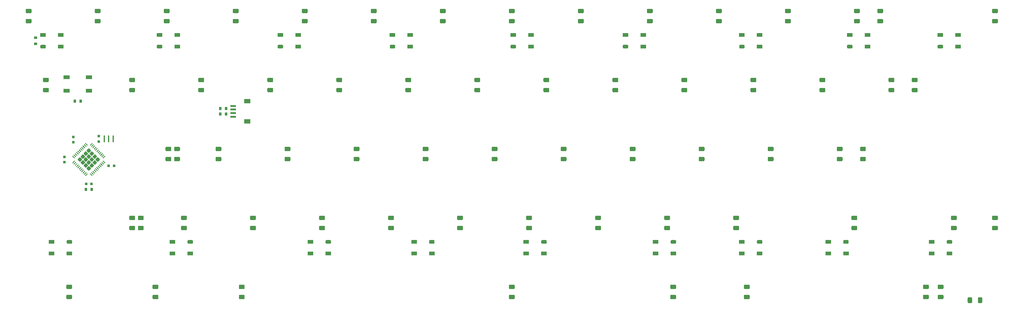
<source format=gbr>
%TF.GenerationSoftware,KiCad,Pcbnew,(5.1.11)-1*%
%TF.CreationDate,2022-08-27T18:46:52+07:00*%
%TF.ProjectId,Eclipse60,45636c69-7073-4653-9630-2e6b69636164,rev?*%
%TF.SameCoordinates,Original*%
%TF.FileFunction,Paste,Bot*%
%TF.FilePolarity,Positive*%
%FSLAX46Y46*%
G04 Gerber Fmt 4.6, Leading zero omitted, Abs format (unit mm)*
G04 Created by KiCad (PCBNEW (5.1.11)-1) date 2022-08-27 18:46:52*
%MOMM*%
%LPD*%
G01*
G04 APERTURE LIST*
%ADD10R,0.950000X0.800000*%
%ADD11R,1.800000X1.100000*%
%ADD12R,0.800000X0.950000*%
%ADD13R,1.500000X1.000000*%
%ADD14R,1.800000X1.200000*%
%ADD15R,1.550000X0.600000*%
%ADD16R,0.400000X1.900000*%
%ADD17R,0.750000X0.800000*%
%ADD18R,0.800000X0.750000*%
G04 APERTURE END LIST*
%TO.C,D16*%
G36*
G01*
X219635000Y-115000000D02*
X218515000Y-115000000D01*
G75*
G02*
X218275000Y-114760000I0J240000D01*
G01*
X218275000Y-114040000D01*
G75*
G02*
X218515000Y-113800000I240000J0D01*
G01*
X219635000Y-113800000D01*
G75*
G02*
X219875000Y-114040000I0J-240000D01*
G01*
X219875000Y-114760000D01*
G75*
G02*
X219635000Y-115000000I-240000J0D01*
G01*
G37*
G36*
G01*
X219635000Y-117800000D02*
X218515000Y-117800000D01*
G75*
G02*
X218275000Y-117560000I0J240000D01*
G01*
X218275000Y-116840000D01*
G75*
G02*
X218515000Y-116600000I240000J0D01*
G01*
X219635000Y-116600000D01*
G75*
G02*
X219875000Y-116840000I0J-240000D01*
G01*
X219875000Y-117560000D01*
G75*
G02*
X219635000Y-117800000I-240000J0D01*
G01*
G37*
%TD*%
D10*
%TO.C,R5*%
X43125000Y-47259375D03*
X43125000Y-45609375D03*
%TD*%
%TO.C,D72*%
G36*
G01*
X303175000Y-118660000D02*
X303175000Y-117540000D01*
G75*
G02*
X303415000Y-117300000I240000J0D01*
G01*
X304135000Y-117300000D01*
G75*
G02*
X304375000Y-117540000I0J-240000D01*
G01*
X304375000Y-118660000D01*
G75*
G02*
X304135000Y-118900000I-240000J0D01*
G01*
X303415000Y-118900000D01*
G75*
G02*
X303175000Y-118660000I0J240000D01*
G01*
G37*
G36*
G01*
X300375000Y-118660000D02*
X300375000Y-117540000D01*
G75*
G02*
X300615000Y-117300000I240000J0D01*
G01*
X301335000Y-117300000D01*
G75*
G02*
X301575000Y-117540000I0J-240000D01*
G01*
X301575000Y-118660000D01*
G75*
G02*
X301335000Y-118900000I-240000J0D01*
G01*
X300615000Y-118900000D01*
G75*
G02*
X300375000Y-118660000I0J240000D01*
G01*
G37*
%TD*%
%TO.C,D70*%
G36*
G01*
X293453750Y-115000000D02*
X292333750Y-115000000D01*
G75*
G02*
X292093750Y-114760000I0J240000D01*
G01*
X292093750Y-114040000D01*
G75*
G02*
X292333750Y-113800000I240000J0D01*
G01*
X293453750Y-113800000D01*
G75*
G02*
X293693750Y-114040000I0J-240000D01*
G01*
X293693750Y-114760000D01*
G75*
G02*
X293453750Y-115000000I-240000J0D01*
G01*
G37*
G36*
G01*
X293453750Y-117800000D02*
X292333750Y-117800000D01*
G75*
G02*
X292093750Y-117560000I0J240000D01*
G01*
X292093750Y-116840000D01*
G75*
G02*
X292333750Y-116600000I240000J0D01*
G01*
X293453750Y-116600000D01*
G75*
G02*
X293693750Y-116840000I0J-240000D01*
G01*
X293693750Y-117560000D01*
G75*
G02*
X293453750Y-117800000I-240000J0D01*
G01*
G37*
%TD*%
%TO.C,D69*%
G36*
G01*
X175109000Y-115000000D02*
X173989000Y-115000000D01*
G75*
G02*
X173749000Y-114760000I0J240000D01*
G01*
X173749000Y-114040000D01*
G75*
G02*
X173989000Y-113800000I240000J0D01*
G01*
X175109000Y-113800000D01*
G75*
G02*
X175349000Y-114040000I0J-240000D01*
G01*
X175349000Y-114760000D01*
G75*
G02*
X175109000Y-115000000I-240000J0D01*
G01*
G37*
G36*
G01*
X175109000Y-117800000D02*
X173989000Y-117800000D01*
G75*
G02*
X173749000Y-117560000I0J240000D01*
G01*
X173749000Y-116840000D01*
G75*
G02*
X173989000Y-116600000I240000J0D01*
G01*
X175109000Y-116600000D01*
G75*
G02*
X175349000Y-116840000I0J-240000D01*
G01*
X175349000Y-117560000D01*
G75*
G02*
X175109000Y-117800000I-240000J0D01*
G01*
G37*
%TD*%
%TO.C,D68*%
G36*
G01*
X239955000Y-115000000D02*
X238835000Y-115000000D01*
G75*
G02*
X238595000Y-114760000I0J240000D01*
G01*
X238595000Y-114040000D01*
G75*
G02*
X238835000Y-113800000I240000J0D01*
G01*
X239955000Y-113800000D01*
G75*
G02*
X240195000Y-114040000I0J-240000D01*
G01*
X240195000Y-114760000D01*
G75*
G02*
X239955000Y-115000000I-240000J0D01*
G01*
G37*
G36*
G01*
X239955000Y-117800000D02*
X238835000Y-117800000D01*
G75*
G02*
X238595000Y-117560000I0J240000D01*
G01*
X238595000Y-116840000D01*
G75*
G02*
X238835000Y-116600000I240000J0D01*
G01*
X239955000Y-116600000D01*
G75*
G02*
X240195000Y-116840000I0J-240000D01*
G01*
X240195000Y-117560000D01*
G75*
G02*
X239955000Y-117800000I-240000J0D01*
G01*
G37*
%TD*%
%TO.C,D67*%
G36*
G01*
X100572500Y-115000000D02*
X99452500Y-115000000D01*
G75*
G02*
X99212500Y-114760000I0J240000D01*
G01*
X99212500Y-114040000D01*
G75*
G02*
X99452500Y-113800000I240000J0D01*
G01*
X100572500Y-113800000D01*
G75*
G02*
X100812500Y-114040000I0J-240000D01*
G01*
X100812500Y-114760000D01*
G75*
G02*
X100572500Y-115000000I-240000J0D01*
G01*
G37*
G36*
G01*
X100572500Y-117800000D02*
X99452500Y-117800000D01*
G75*
G02*
X99212500Y-117560000I0J240000D01*
G01*
X99212500Y-116840000D01*
G75*
G02*
X99452500Y-116600000I240000J0D01*
G01*
X100572500Y-116600000D01*
G75*
G02*
X100812500Y-116840000I0J-240000D01*
G01*
X100812500Y-117560000D01*
G75*
G02*
X100572500Y-117800000I-240000J0D01*
G01*
G37*
%TD*%
%TO.C,D66*%
G36*
G01*
X76760000Y-115000000D02*
X75640000Y-115000000D01*
G75*
G02*
X75400000Y-114760000I0J240000D01*
G01*
X75400000Y-114040000D01*
G75*
G02*
X75640000Y-113800000I240000J0D01*
G01*
X76760000Y-113800000D01*
G75*
G02*
X77000000Y-114040000I0J-240000D01*
G01*
X77000000Y-114760000D01*
G75*
G02*
X76760000Y-115000000I-240000J0D01*
G01*
G37*
G36*
G01*
X76760000Y-117800000D02*
X75640000Y-117800000D01*
G75*
G02*
X75400000Y-117560000I0J240000D01*
G01*
X75400000Y-116840000D01*
G75*
G02*
X75640000Y-116600000I240000J0D01*
G01*
X76760000Y-116600000D01*
G75*
G02*
X77000000Y-116840000I0J-240000D01*
G01*
X77000000Y-117560000D01*
G75*
G02*
X76760000Y-117800000I-240000J0D01*
G01*
G37*
%TD*%
%TO.C,D65*%
G36*
G01*
X52947500Y-115000000D02*
X51827500Y-115000000D01*
G75*
G02*
X51587500Y-114760000I0J240000D01*
G01*
X51587500Y-114040000D01*
G75*
G02*
X51827500Y-113800000I240000J0D01*
G01*
X52947500Y-113800000D01*
G75*
G02*
X53187500Y-114040000I0J-240000D01*
G01*
X53187500Y-114760000D01*
G75*
G02*
X52947500Y-115000000I-240000J0D01*
G01*
G37*
G36*
G01*
X52947500Y-117800000D02*
X51827500Y-117800000D01*
G75*
G02*
X51587500Y-117560000I0J240000D01*
G01*
X51587500Y-116840000D01*
G75*
G02*
X51827500Y-116600000I240000J0D01*
G01*
X52947500Y-116600000D01*
G75*
G02*
X53187500Y-116840000I0J-240000D01*
G01*
X53187500Y-117560000D01*
G75*
G02*
X52947500Y-117800000I-240000J0D01*
G01*
G37*
%TD*%
%TO.C,D63*%
G36*
G01*
X308459000Y-95950000D02*
X307339000Y-95950000D01*
G75*
G02*
X307099000Y-95710000I0J240000D01*
G01*
X307099000Y-94990000D01*
G75*
G02*
X307339000Y-94750000I240000J0D01*
G01*
X308459000Y-94750000D01*
G75*
G02*
X308699000Y-94990000I0J-240000D01*
G01*
X308699000Y-95710000D01*
G75*
G02*
X308459000Y-95950000I-240000J0D01*
G01*
G37*
G36*
G01*
X308459000Y-98750000D02*
X307339000Y-98750000D01*
G75*
G02*
X307099000Y-98510000I0J240000D01*
G01*
X307099000Y-97790000D01*
G75*
G02*
X307339000Y-97550000I240000J0D01*
G01*
X308459000Y-97550000D01*
G75*
G02*
X308699000Y-97790000I0J-240000D01*
G01*
X308699000Y-98510000D01*
G75*
G02*
X308459000Y-98750000I-240000J0D01*
G01*
G37*
%TD*%
%TO.C,D30*%
G36*
G01*
X286310000Y-57850000D02*
X285190000Y-57850000D01*
G75*
G02*
X284950000Y-57610000I0J240000D01*
G01*
X284950000Y-56890000D01*
G75*
G02*
X285190000Y-56650000I240000J0D01*
G01*
X286310000Y-56650000D01*
G75*
G02*
X286550000Y-56890000I0J-240000D01*
G01*
X286550000Y-57610000D01*
G75*
G02*
X286310000Y-57850000I-240000J0D01*
G01*
G37*
G36*
G01*
X286310000Y-60650000D02*
X285190000Y-60650000D01*
G75*
G02*
X284950000Y-60410000I0J240000D01*
G01*
X284950000Y-59690000D01*
G75*
G02*
X285190000Y-59450000I240000J0D01*
G01*
X286310000Y-59450000D01*
G75*
G02*
X286550000Y-59690000I0J-240000D01*
G01*
X286550000Y-60410000D01*
G75*
G02*
X286310000Y-60650000I-240000J0D01*
G01*
G37*
%TD*%
D11*
%TO.C,SW1*%
X51668750Y-56490625D03*
X57868750Y-60190625D03*
X51668750Y-60190625D03*
X57868750Y-56490625D03*
%TD*%
D12*
%TO.C,R4*%
X53943750Y-63103125D03*
X55593750Y-63103125D03*
%TD*%
D13*
%TO.C,RGB18*%
X290443750Y-105184375D03*
X290443750Y-101984375D03*
X295343750Y-105184375D03*
G36*
G01*
X294593750Y-102234375D02*
X294593750Y-101734375D01*
G75*
G02*
X294843750Y-101484375I250000J0D01*
G01*
X295843750Y-101484375D01*
G75*
G02*
X296093750Y-101734375I0J-250000D01*
G01*
X296093750Y-102234375D01*
G75*
G02*
X295843750Y-102484375I-250000J0D01*
G01*
X294843750Y-102484375D01*
G75*
G02*
X294593750Y-102234375I0J250000D01*
G01*
G37*
%TD*%
%TO.C,RGB17*%
X261868750Y-105184375D03*
X261868750Y-101984375D03*
X266768750Y-105184375D03*
G36*
G01*
X266018750Y-102234375D02*
X266018750Y-101734375D01*
G75*
G02*
X266268750Y-101484375I250000J0D01*
G01*
X267268750Y-101484375D01*
G75*
G02*
X267518750Y-101734375I0J-250000D01*
G01*
X267518750Y-102234375D01*
G75*
G02*
X267268750Y-102484375I-250000J0D01*
G01*
X266268750Y-102484375D01*
G75*
G02*
X266018750Y-102234375I0J250000D01*
G01*
G37*
%TD*%
%TO.C,RGB16*%
X238056250Y-105184375D03*
X238056250Y-101984375D03*
X242956250Y-105184375D03*
G36*
G01*
X242206250Y-102234375D02*
X242206250Y-101734375D01*
G75*
G02*
X242456250Y-101484375I250000J0D01*
G01*
X243456250Y-101484375D01*
G75*
G02*
X243706250Y-101734375I0J-250000D01*
G01*
X243706250Y-102234375D01*
G75*
G02*
X243456250Y-102484375I-250000J0D01*
G01*
X242456250Y-102484375D01*
G75*
G02*
X242206250Y-102234375I0J250000D01*
G01*
G37*
%TD*%
%TO.C,RGB15*%
X214243750Y-105184375D03*
X214243750Y-101984375D03*
X219143750Y-105184375D03*
G36*
G01*
X218393750Y-102234375D02*
X218393750Y-101734375D01*
G75*
G02*
X218643750Y-101484375I250000J0D01*
G01*
X219643750Y-101484375D01*
G75*
G02*
X219893750Y-101734375I0J-250000D01*
G01*
X219893750Y-102234375D01*
G75*
G02*
X219643750Y-102484375I-250000J0D01*
G01*
X218643750Y-102484375D01*
G75*
G02*
X218393750Y-102234375I0J250000D01*
G01*
G37*
%TD*%
%TO.C,RGB14*%
X178525000Y-105184375D03*
X178525000Y-101984375D03*
X183425000Y-105184375D03*
G36*
G01*
X182675000Y-102234375D02*
X182675000Y-101734375D01*
G75*
G02*
X182925000Y-101484375I250000J0D01*
G01*
X183925000Y-101484375D01*
G75*
G02*
X184175000Y-101734375I0J-250000D01*
G01*
X184175000Y-102234375D01*
G75*
G02*
X183925000Y-102484375I-250000J0D01*
G01*
X182925000Y-102484375D01*
G75*
G02*
X182675000Y-102234375I0J250000D01*
G01*
G37*
%TD*%
%TO.C,RGB13*%
X147568750Y-105184375D03*
X147568750Y-101984375D03*
X152468750Y-105184375D03*
G36*
G01*
X151718750Y-102234375D02*
X151718750Y-101734375D01*
G75*
G02*
X151968750Y-101484375I250000J0D01*
G01*
X152968750Y-101484375D01*
G75*
G02*
X153218750Y-101734375I0J-250000D01*
G01*
X153218750Y-102234375D01*
G75*
G02*
X152968750Y-102484375I-250000J0D01*
G01*
X151968750Y-102484375D01*
G75*
G02*
X151718750Y-102234375I0J250000D01*
G01*
G37*
%TD*%
%TO.C,RGB12*%
X118993750Y-105184375D03*
X118993750Y-101984375D03*
X123893750Y-105184375D03*
G36*
G01*
X123143750Y-102234375D02*
X123143750Y-101734375D01*
G75*
G02*
X123393750Y-101484375I250000J0D01*
G01*
X124393750Y-101484375D01*
G75*
G02*
X124643750Y-101734375I0J-250000D01*
G01*
X124643750Y-102234375D01*
G75*
G02*
X124393750Y-102484375I-250000J0D01*
G01*
X123393750Y-102484375D01*
G75*
G02*
X123143750Y-102234375I0J250000D01*
G01*
G37*
%TD*%
%TO.C,RGB11*%
X80893750Y-105184375D03*
X80893750Y-101984375D03*
X85793750Y-105184375D03*
G36*
G01*
X85043750Y-102234375D02*
X85043750Y-101734375D01*
G75*
G02*
X85293750Y-101484375I250000J0D01*
G01*
X86293750Y-101484375D01*
G75*
G02*
X86543750Y-101734375I0J-250000D01*
G01*
X86543750Y-102234375D01*
G75*
G02*
X86293750Y-102484375I-250000J0D01*
G01*
X85293750Y-102484375D01*
G75*
G02*
X85043750Y-102234375I0J250000D01*
G01*
G37*
%TD*%
%TO.C,RGB10*%
X47556250Y-105184375D03*
X47556250Y-101984375D03*
X52456250Y-105184375D03*
G36*
G01*
X51706250Y-102234375D02*
X51706250Y-101734375D01*
G75*
G02*
X51956250Y-101484375I250000J0D01*
G01*
X52956250Y-101484375D01*
G75*
G02*
X53206250Y-101734375I0J-250000D01*
G01*
X53206250Y-102234375D01*
G75*
G02*
X52956250Y-102484375I-250000J0D01*
G01*
X51956250Y-102484375D01*
G75*
G02*
X51706250Y-102234375I0J250000D01*
G01*
G37*
%TD*%
%TO.C,RGB9*%
G36*
G01*
X293575000Y-47784375D02*
X293575000Y-48284375D01*
G75*
G02*
X293325000Y-48534375I-250000J0D01*
G01*
X292325000Y-48534375D01*
G75*
G02*
X292075000Y-48284375I0J250000D01*
G01*
X292075000Y-47784375D01*
G75*
G02*
X292325000Y-47534375I250000J0D01*
G01*
X293325000Y-47534375D01*
G75*
G02*
X293575000Y-47784375I0J-250000D01*
G01*
G37*
X292825000Y-44834375D03*
X297725000Y-48034375D03*
X297725000Y-44834375D03*
%TD*%
%TO.C,RGB8*%
G36*
G01*
X268571875Y-47784375D02*
X268571875Y-48284375D01*
G75*
G02*
X268321875Y-48534375I-250000J0D01*
G01*
X267321875Y-48534375D01*
G75*
G02*
X267071875Y-48284375I0J250000D01*
G01*
X267071875Y-47784375D01*
G75*
G02*
X267321875Y-47534375I250000J0D01*
G01*
X268321875Y-47534375D01*
G75*
G02*
X268571875Y-47784375I0J-250000D01*
G01*
G37*
X267821875Y-44834375D03*
X272721875Y-48034375D03*
X272721875Y-44834375D03*
%TD*%
%TO.C,RGB7*%
G36*
G01*
X238806250Y-47784375D02*
X238806250Y-48284375D01*
G75*
G02*
X238556250Y-48534375I-250000J0D01*
G01*
X237556250Y-48534375D01*
G75*
G02*
X237306250Y-48284375I0J250000D01*
G01*
X237306250Y-47784375D01*
G75*
G02*
X237556250Y-47534375I250000J0D01*
G01*
X238556250Y-47534375D01*
G75*
G02*
X238806250Y-47784375I0J-250000D01*
G01*
G37*
X238056250Y-44834375D03*
X242956250Y-48034375D03*
X242956250Y-44834375D03*
%TD*%
%TO.C,RGB6*%
G36*
G01*
X206659375Y-47784375D02*
X206659375Y-48284375D01*
G75*
G02*
X206409375Y-48534375I-250000J0D01*
G01*
X205409375Y-48534375D01*
G75*
G02*
X205159375Y-48284375I0J250000D01*
G01*
X205159375Y-47784375D01*
G75*
G02*
X205409375Y-47534375I250000J0D01*
G01*
X206409375Y-47534375D01*
G75*
G02*
X206659375Y-47784375I0J-250000D01*
G01*
G37*
X205909375Y-44834375D03*
X210809375Y-48034375D03*
X210809375Y-44834375D03*
%TD*%
%TO.C,RGB5*%
G36*
G01*
X175703125Y-47784375D02*
X175703125Y-48284375D01*
G75*
G02*
X175453125Y-48534375I-250000J0D01*
G01*
X174453125Y-48534375D01*
G75*
G02*
X174203125Y-48284375I0J250000D01*
G01*
X174203125Y-47784375D01*
G75*
G02*
X174453125Y-47534375I250000J0D01*
G01*
X175453125Y-47534375D01*
G75*
G02*
X175703125Y-47784375I0J-250000D01*
G01*
G37*
X174953125Y-44834375D03*
X179853125Y-48034375D03*
X179853125Y-44834375D03*
%TD*%
%TO.C,RGB4*%
G36*
G01*
X142365625Y-47784375D02*
X142365625Y-48284375D01*
G75*
G02*
X142115625Y-48534375I-250000J0D01*
G01*
X141115625Y-48534375D01*
G75*
G02*
X140865625Y-48284375I0J250000D01*
G01*
X140865625Y-47784375D01*
G75*
G02*
X141115625Y-47534375I250000J0D01*
G01*
X142115625Y-47534375D01*
G75*
G02*
X142365625Y-47784375I0J-250000D01*
G01*
G37*
X141615625Y-44834375D03*
X146515625Y-48034375D03*
X146515625Y-44834375D03*
%TD*%
%TO.C,RGB3*%
G36*
G01*
X111409375Y-47784375D02*
X111409375Y-48284375D01*
G75*
G02*
X111159375Y-48534375I-250000J0D01*
G01*
X110159375Y-48534375D01*
G75*
G02*
X109909375Y-48284375I0J250000D01*
G01*
X109909375Y-47784375D01*
G75*
G02*
X110159375Y-47534375I250000J0D01*
G01*
X111159375Y-47534375D01*
G75*
G02*
X111409375Y-47784375I0J-250000D01*
G01*
G37*
X110659375Y-44834375D03*
X115559375Y-48034375D03*
X115559375Y-44834375D03*
%TD*%
%TO.C,RGB2*%
G36*
G01*
X78071875Y-47784375D02*
X78071875Y-48284375D01*
G75*
G02*
X77821875Y-48534375I-250000J0D01*
G01*
X76821875Y-48534375D01*
G75*
G02*
X76571875Y-48284375I0J250000D01*
G01*
X76571875Y-47784375D01*
G75*
G02*
X76821875Y-47534375I250000J0D01*
G01*
X77821875Y-47534375D01*
G75*
G02*
X78071875Y-47784375I0J-250000D01*
G01*
G37*
X77321875Y-44834375D03*
X82221875Y-48034375D03*
X82221875Y-44834375D03*
%TD*%
%TO.C,RGB1*%
G36*
G01*
X45925000Y-47784375D02*
X45925000Y-48284375D01*
G75*
G02*
X45675000Y-48534375I-250000J0D01*
G01*
X44675000Y-48534375D01*
G75*
G02*
X44425000Y-48284375I0J250000D01*
G01*
X44425000Y-47784375D01*
G75*
G02*
X44675000Y-47534375I250000J0D01*
G01*
X45675000Y-47534375D01*
G75*
G02*
X45925000Y-47784375I0J-250000D01*
G01*
G37*
X45175000Y-44834375D03*
X50075000Y-48034375D03*
X50075000Y-44834375D03*
%TD*%
%TO.C,U1*%
G36*
G01*
X53248000Y-78303172D02*
X53336388Y-78214784D01*
G75*
G02*
X53424776Y-78214784I44194J-44194D01*
G01*
X53955106Y-78745114D01*
G75*
G02*
X53955106Y-78833502I-44194J-44194D01*
G01*
X53866718Y-78921890D01*
G75*
G02*
X53778330Y-78921890I-44194J44194D01*
G01*
X53248000Y-78391560D01*
G75*
G02*
X53248000Y-78303172I44194J44194D01*
G01*
G37*
G36*
G01*
X53601554Y-77949619D02*
X53689942Y-77861231D01*
G75*
G02*
X53778330Y-77861231I44194J-44194D01*
G01*
X54308660Y-78391561D01*
G75*
G02*
X54308660Y-78479949I-44194J-44194D01*
G01*
X54220272Y-78568337D01*
G75*
G02*
X54131884Y-78568337I-44194J44194D01*
G01*
X53601554Y-78038007D01*
G75*
G02*
X53601554Y-77949619I44194J44194D01*
G01*
G37*
G36*
G01*
X53955107Y-77596066D02*
X54043495Y-77507678D01*
G75*
G02*
X54131883Y-77507678I44194J-44194D01*
G01*
X54662213Y-78038008D01*
G75*
G02*
X54662213Y-78126396I-44194J-44194D01*
G01*
X54573825Y-78214784D01*
G75*
G02*
X54485437Y-78214784I-44194J44194D01*
G01*
X53955107Y-77684454D01*
G75*
G02*
X53955107Y-77596066I44194J44194D01*
G01*
G37*
G36*
G01*
X54308661Y-77242512D02*
X54397049Y-77154124D01*
G75*
G02*
X54485437Y-77154124I44194J-44194D01*
G01*
X55015767Y-77684454D01*
G75*
G02*
X55015767Y-77772842I-44194J-44194D01*
G01*
X54927379Y-77861230D01*
G75*
G02*
X54838991Y-77861230I-44194J44194D01*
G01*
X54308661Y-77330900D01*
G75*
G02*
X54308661Y-77242512I44194J44194D01*
G01*
G37*
G36*
G01*
X54662214Y-76888959D02*
X54750602Y-76800571D01*
G75*
G02*
X54838990Y-76800571I44194J-44194D01*
G01*
X55369320Y-77330901D01*
G75*
G02*
X55369320Y-77419289I-44194J-44194D01*
G01*
X55280932Y-77507677D01*
G75*
G02*
X55192544Y-77507677I-44194J44194D01*
G01*
X54662214Y-76977347D01*
G75*
G02*
X54662214Y-76888959I44194J44194D01*
G01*
G37*
G36*
G01*
X55015767Y-76535405D02*
X55104155Y-76447017D01*
G75*
G02*
X55192543Y-76447017I44194J-44194D01*
G01*
X55722873Y-76977347D01*
G75*
G02*
X55722873Y-77065735I-44194J-44194D01*
G01*
X55634485Y-77154123D01*
G75*
G02*
X55546097Y-77154123I-44194J44194D01*
G01*
X55015767Y-76623793D01*
G75*
G02*
X55015767Y-76535405I44194J44194D01*
G01*
G37*
G36*
G01*
X55369321Y-76181852D02*
X55457709Y-76093464D01*
G75*
G02*
X55546097Y-76093464I44194J-44194D01*
G01*
X56076427Y-76623794D01*
G75*
G02*
X56076427Y-76712182I-44194J-44194D01*
G01*
X55988039Y-76800570D01*
G75*
G02*
X55899651Y-76800570I-44194J44194D01*
G01*
X55369321Y-76270240D01*
G75*
G02*
X55369321Y-76181852I44194J44194D01*
G01*
G37*
G36*
G01*
X55722874Y-75828299D02*
X55811262Y-75739911D01*
G75*
G02*
X55899650Y-75739911I44194J-44194D01*
G01*
X56429980Y-76270241D01*
G75*
G02*
X56429980Y-76358629I-44194J-44194D01*
G01*
X56341592Y-76447017D01*
G75*
G02*
X56253204Y-76447017I-44194J44194D01*
G01*
X55722874Y-75916687D01*
G75*
G02*
X55722874Y-75828299I44194J44194D01*
G01*
G37*
G36*
G01*
X56076428Y-75474745D02*
X56164816Y-75386357D01*
G75*
G02*
X56253204Y-75386357I44194J-44194D01*
G01*
X56783534Y-75916687D01*
G75*
G02*
X56783534Y-76005075I-44194J-44194D01*
G01*
X56695146Y-76093463D01*
G75*
G02*
X56606758Y-76093463I-44194J44194D01*
G01*
X56076428Y-75563133D01*
G75*
G02*
X56076428Y-75474745I44194J44194D01*
G01*
G37*
G36*
G01*
X56429981Y-75121192D02*
X56518369Y-75032804D01*
G75*
G02*
X56606757Y-75032804I44194J-44194D01*
G01*
X57137087Y-75563134D01*
G75*
G02*
X57137087Y-75651522I-44194J-44194D01*
G01*
X57048699Y-75739910D01*
G75*
G02*
X56960311Y-75739910I-44194J44194D01*
G01*
X56429981Y-75209580D01*
G75*
G02*
X56429981Y-75121192I44194J44194D01*
G01*
G37*
G36*
G01*
X56783534Y-74767638D02*
X56871922Y-74679250D01*
G75*
G02*
X56960310Y-74679250I44194J-44194D01*
G01*
X57490640Y-75209580D01*
G75*
G02*
X57490640Y-75297968I-44194J-44194D01*
G01*
X57402252Y-75386356D01*
G75*
G02*
X57313864Y-75386356I-44194J44194D01*
G01*
X56783534Y-74856026D01*
G75*
G02*
X56783534Y-74767638I44194J44194D01*
G01*
G37*
G36*
G01*
X58109360Y-75209580D02*
X58639690Y-74679250D01*
G75*
G02*
X58728078Y-74679250I44194J-44194D01*
G01*
X58816466Y-74767638D01*
G75*
G02*
X58816466Y-74856026I-44194J-44194D01*
G01*
X58286136Y-75386356D01*
G75*
G02*
X58197748Y-75386356I-44194J44194D01*
G01*
X58109360Y-75297968D01*
G75*
G02*
X58109360Y-75209580I44194J44194D01*
G01*
G37*
G36*
G01*
X58462913Y-75563134D02*
X58993243Y-75032804D01*
G75*
G02*
X59081631Y-75032804I44194J-44194D01*
G01*
X59170019Y-75121192D01*
G75*
G02*
X59170019Y-75209580I-44194J-44194D01*
G01*
X58639689Y-75739910D01*
G75*
G02*
X58551301Y-75739910I-44194J44194D01*
G01*
X58462913Y-75651522D01*
G75*
G02*
X58462913Y-75563134I44194J44194D01*
G01*
G37*
G36*
G01*
X58816466Y-75916687D02*
X59346796Y-75386357D01*
G75*
G02*
X59435184Y-75386357I44194J-44194D01*
G01*
X59523572Y-75474745D01*
G75*
G02*
X59523572Y-75563133I-44194J-44194D01*
G01*
X58993242Y-76093463D01*
G75*
G02*
X58904854Y-76093463I-44194J44194D01*
G01*
X58816466Y-76005075D01*
G75*
G02*
X58816466Y-75916687I44194J44194D01*
G01*
G37*
G36*
G01*
X59170020Y-76270241D02*
X59700350Y-75739911D01*
G75*
G02*
X59788738Y-75739911I44194J-44194D01*
G01*
X59877126Y-75828299D01*
G75*
G02*
X59877126Y-75916687I-44194J-44194D01*
G01*
X59346796Y-76447017D01*
G75*
G02*
X59258408Y-76447017I-44194J44194D01*
G01*
X59170020Y-76358629D01*
G75*
G02*
X59170020Y-76270241I44194J44194D01*
G01*
G37*
G36*
G01*
X59523573Y-76623794D02*
X60053903Y-76093464D01*
G75*
G02*
X60142291Y-76093464I44194J-44194D01*
G01*
X60230679Y-76181852D01*
G75*
G02*
X60230679Y-76270240I-44194J-44194D01*
G01*
X59700349Y-76800570D01*
G75*
G02*
X59611961Y-76800570I-44194J44194D01*
G01*
X59523573Y-76712182D01*
G75*
G02*
X59523573Y-76623794I44194J44194D01*
G01*
G37*
G36*
G01*
X59877127Y-76977347D02*
X60407457Y-76447017D01*
G75*
G02*
X60495845Y-76447017I44194J-44194D01*
G01*
X60584233Y-76535405D01*
G75*
G02*
X60584233Y-76623793I-44194J-44194D01*
G01*
X60053903Y-77154123D01*
G75*
G02*
X59965515Y-77154123I-44194J44194D01*
G01*
X59877127Y-77065735D01*
G75*
G02*
X59877127Y-76977347I44194J44194D01*
G01*
G37*
G36*
G01*
X60230680Y-77330901D02*
X60761010Y-76800571D01*
G75*
G02*
X60849398Y-76800571I44194J-44194D01*
G01*
X60937786Y-76888959D01*
G75*
G02*
X60937786Y-76977347I-44194J-44194D01*
G01*
X60407456Y-77507677D01*
G75*
G02*
X60319068Y-77507677I-44194J44194D01*
G01*
X60230680Y-77419289D01*
G75*
G02*
X60230680Y-77330901I44194J44194D01*
G01*
G37*
G36*
G01*
X60584233Y-77684454D02*
X61114563Y-77154124D01*
G75*
G02*
X61202951Y-77154124I44194J-44194D01*
G01*
X61291339Y-77242512D01*
G75*
G02*
X61291339Y-77330900I-44194J-44194D01*
G01*
X60761009Y-77861230D01*
G75*
G02*
X60672621Y-77861230I-44194J44194D01*
G01*
X60584233Y-77772842D01*
G75*
G02*
X60584233Y-77684454I44194J44194D01*
G01*
G37*
G36*
G01*
X60937787Y-78038008D02*
X61468117Y-77507678D01*
G75*
G02*
X61556505Y-77507678I44194J-44194D01*
G01*
X61644893Y-77596066D01*
G75*
G02*
X61644893Y-77684454I-44194J-44194D01*
G01*
X61114563Y-78214784D01*
G75*
G02*
X61026175Y-78214784I-44194J44194D01*
G01*
X60937787Y-78126396D01*
G75*
G02*
X60937787Y-78038008I44194J44194D01*
G01*
G37*
G36*
G01*
X61291340Y-78391561D02*
X61821670Y-77861231D01*
G75*
G02*
X61910058Y-77861231I44194J-44194D01*
G01*
X61998446Y-77949619D01*
G75*
G02*
X61998446Y-78038007I-44194J-44194D01*
G01*
X61468116Y-78568337D01*
G75*
G02*
X61379728Y-78568337I-44194J44194D01*
G01*
X61291340Y-78479949D01*
G75*
G02*
X61291340Y-78391561I44194J44194D01*
G01*
G37*
G36*
G01*
X61644894Y-78745114D02*
X62175224Y-78214784D01*
G75*
G02*
X62263612Y-78214784I44194J-44194D01*
G01*
X62352000Y-78303172D01*
G75*
G02*
X62352000Y-78391560I-44194J-44194D01*
G01*
X61821670Y-78921890D01*
G75*
G02*
X61733282Y-78921890I-44194J44194D01*
G01*
X61644894Y-78833502D01*
G75*
G02*
X61644894Y-78745114I44194J44194D01*
G01*
G37*
G36*
G01*
X61644894Y-79628998D02*
X61733282Y-79540610D01*
G75*
G02*
X61821670Y-79540610I44194J-44194D01*
G01*
X62352000Y-80070940D01*
G75*
G02*
X62352000Y-80159328I-44194J-44194D01*
G01*
X62263612Y-80247716D01*
G75*
G02*
X62175224Y-80247716I-44194J44194D01*
G01*
X61644894Y-79717386D01*
G75*
G02*
X61644894Y-79628998I44194J44194D01*
G01*
G37*
G36*
G01*
X61291340Y-79982551D02*
X61379728Y-79894163D01*
G75*
G02*
X61468116Y-79894163I44194J-44194D01*
G01*
X61998446Y-80424493D01*
G75*
G02*
X61998446Y-80512881I-44194J-44194D01*
G01*
X61910058Y-80601269D01*
G75*
G02*
X61821670Y-80601269I-44194J44194D01*
G01*
X61291340Y-80070939D01*
G75*
G02*
X61291340Y-79982551I44194J44194D01*
G01*
G37*
G36*
G01*
X60937787Y-80336104D02*
X61026175Y-80247716D01*
G75*
G02*
X61114563Y-80247716I44194J-44194D01*
G01*
X61644893Y-80778046D01*
G75*
G02*
X61644893Y-80866434I-44194J-44194D01*
G01*
X61556505Y-80954822D01*
G75*
G02*
X61468117Y-80954822I-44194J44194D01*
G01*
X60937787Y-80424492D01*
G75*
G02*
X60937787Y-80336104I44194J44194D01*
G01*
G37*
G36*
G01*
X60584233Y-80689658D02*
X60672621Y-80601270D01*
G75*
G02*
X60761009Y-80601270I44194J-44194D01*
G01*
X61291339Y-81131600D01*
G75*
G02*
X61291339Y-81219988I-44194J-44194D01*
G01*
X61202951Y-81308376D01*
G75*
G02*
X61114563Y-81308376I-44194J44194D01*
G01*
X60584233Y-80778046D01*
G75*
G02*
X60584233Y-80689658I44194J44194D01*
G01*
G37*
G36*
G01*
X60230680Y-81043211D02*
X60319068Y-80954823D01*
G75*
G02*
X60407456Y-80954823I44194J-44194D01*
G01*
X60937786Y-81485153D01*
G75*
G02*
X60937786Y-81573541I-44194J-44194D01*
G01*
X60849398Y-81661929D01*
G75*
G02*
X60761010Y-81661929I-44194J44194D01*
G01*
X60230680Y-81131599D01*
G75*
G02*
X60230680Y-81043211I44194J44194D01*
G01*
G37*
G36*
G01*
X59877127Y-81396765D02*
X59965515Y-81308377D01*
G75*
G02*
X60053903Y-81308377I44194J-44194D01*
G01*
X60584233Y-81838707D01*
G75*
G02*
X60584233Y-81927095I-44194J-44194D01*
G01*
X60495845Y-82015483D01*
G75*
G02*
X60407457Y-82015483I-44194J44194D01*
G01*
X59877127Y-81485153D01*
G75*
G02*
X59877127Y-81396765I44194J44194D01*
G01*
G37*
G36*
G01*
X59523573Y-81750318D02*
X59611961Y-81661930D01*
G75*
G02*
X59700349Y-81661930I44194J-44194D01*
G01*
X60230679Y-82192260D01*
G75*
G02*
X60230679Y-82280648I-44194J-44194D01*
G01*
X60142291Y-82369036D01*
G75*
G02*
X60053903Y-82369036I-44194J44194D01*
G01*
X59523573Y-81838706D01*
G75*
G02*
X59523573Y-81750318I44194J44194D01*
G01*
G37*
G36*
G01*
X59170020Y-82103871D02*
X59258408Y-82015483D01*
G75*
G02*
X59346796Y-82015483I44194J-44194D01*
G01*
X59877126Y-82545813D01*
G75*
G02*
X59877126Y-82634201I-44194J-44194D01*
G01*
X59788738Y-82722589D01*
G75*
G02*
X59700350Y-82722589I-44194J44194D01*
G01*
X59170020Y-82192259D01*
G75*
G02*
X59170020Y-82103871I44194J44194D01*
G01*
G37*
G36*
G01*
X58816466Y-82457425D02*
X58904854Y-82369037D01*
G75*
G02*
X58993242Y-82369037I44194J-44194D01*
G01*
X59523572Y-82899367D01*
G75*
G02*
X59523572Y-82987755I-44194J-44194D01*
G01*
X59435184Y-83076143D01*
G75*
G02*
X59346796Y-83076143I-44194J44194D01*
G01*
X58816466Y-82545813D01*
G75*
G02*
X58816466Y-82457425I44194J44194D01*
G01*
G37*
G36*
G01*
X58462913Y-82810978D02*
X58551301Y-82722590D01*
G75*
G02*
X58639689Y-82722590I44194J-44194D01*
G01*
X59170019Y-83252920D01*
G75*
G02*
X59170019Y-83341308I-44194J-44194D01*
G01*
X59081631Y-83429696D01*
G75*
G02*
X58993243Y-83429696I-44194J44194D01*
G01*
X58462913Y-82899366D01*
G75*
G02*
X58462913Y-82810978I44194J44194D01*
G01*
G37*
G36*
G01*
X58109360Y-83164532D02*
X58197748Y-83076144D01*
G75*
G02*
X58286136Y-83076144I44194J-44194D01*
G01*
X58816466Y-83606474D01*
G75*
G02*
X58816466Y-83694862I-44194J-44194D01*
G01*
X58728078Y-83783250D01*
G75*
G02*
X58639690Y-83783250I-44194J44194D01*
G01*
X58109360Y-83252920D01*
G75*
G02*
X58109360Y-83164532I44194J44194D01*
G01*
G37*
G36*
G01*
X56783534Y-83606474D02*
X57313864Y-83076144D01*
G75*
G02*
X57402252Y-83076144I44194J-44194D01*
G01*
X57490640Y-83164532D01*
G75*
G02*
X57490640Y-83252920I-44194J-44194D01*
G01*
X56960310Y-83783250D01*
G75*
G02*
X56871922Y-83783250I-44194J44194D01*
G01*
X56783534Y-83694862D01*
G75*
G02*
X56783534Y-83606474I44194J44194D01*
G01*
G37*
G36*
G01*
X56429981Y-83252920D02*
X56960311Y-82722590D01*
G75*
G02*
X57048699Y-82722590I44194J-44194D01*
G01*
X57137087Y-82810978D01*
G75*
G02*
X57137087Y-82899366I-44194J-44194D01*
G01*
X56606757Y-83429696D01*
G75*
G02*
X56518369Y-83429696I-44194J44194D01*
G01*
X56429981Y-83341308D01*
G75*
G02*
X56429981Y-83252920I44194J44194D01*
G01*
G37*
G36*
G01*
X56076428Y-82899367D02*
X56606758Y-82369037D01*
G75*
G02*
X56695146Y-82369037I44194J-44194D01*
G01*
X56783534Y-82457425D01*
G75*
G02*
X56783534Y-82545813I-44194J-44194D01*
G01*
X56253204Y-83076143D01*
G75*
G02*
X56164816Y-83076143I-44194J44194D01*
G01*
X56076428Y-82987755D01*
G75*
G02*
X56076428Y-82899367I44194J44194D01*
G01*
G37*
G36*
G01*
X55722874Y-82545813D02*
X56253204Y-82015483D01*
G75*
G02*
X56341592Y-82015483I44194J-44194D01*
G01*
X56429980Y-82103871D01*
G75*
G02*
X56429980Y-82192259I-44194J-44194D01*
G01*
X55899650Y-82722589D01*
G75*
G02*
X55811262Y-82722589I-44194J44194D01*
G01*
X55722874Y-82634201D01*
G75*
G02*
X55722874Y-82545813I44194J44194D01*
G01*
G37*
G36*
G01*
X55369321Y-82192260D02*
X55899651Y-81661930D01*
G75*
G02*
X55988039Y-81661930I44194J-44194D01*
G01*
X56076427Y-81750318D01*
G75*
G02*
X56076427Y-81838706I-44194J-44194D01*
G01*
X55546097Y-82369036D01*
G75*
G02*
X55457709Y-82369036I-44194J44194D01*
G01*
X55369321Y-82280648D01*
G75*
G02*
X55369321Y-82192260I44194J44194D01*
G01*
G37*
G36*
G01*
X55015767Y-81838707D02*
X55546097Y-81308377D01*
G75*
G02*
X55634485Y-81308377I44194J-44194D01*
G01*
X55722873Y-81396765D01*
G75*
G02*
X55722873Y-81485153I-44194J-44194D01*
G01*
X55192543Y-82015483D01*
G75*
G02*
X55104155Y-82015483I-44194J44194D01*
G01*
X55015767Y-81927095D01*
G75*
G02*
X55015767Y-81838707I44194J44194D01*
G01*
G37*
G36*
G01*
X54662214Y-81485153D02*
X55192544Y-80954823D01*
G75*
G02*
X55280932Y-80954823I44194J-44194D01*
G01*
X55369320Y-81043211D01*
G75*
G02*
X55369320Y-81131599I-44194J-44194D01*
G01*
X54838990Y-81661929D01*
G75*
G02*
X54750602Y-81661929I-44194J44194D01*
G01*
X54662214Y-81573541D01*
G75*
G02*
X54662214Y-81485153I44194J44194D01*
G01*
G37*
G36*
G01*
X54308661Y-81131600D02*
X54838991Y-80601270D01*
G75*
G02*
X54927379Y-80601270I44194J-44194D01*
G01*
X55015767Y-80689658D01*
G75*
G02*
X55015767Y-80778046I-44194J-44194D01*
G01*
X54485437Y-81308376D01*
G75*
G02*
X54397049Y-81308376I-44194J44194D01*
G01*
X54308661Y-81219988D01*
G75*
G02*
X54308661Y-81131600I44194J44194D01*
G01*
G37*
G36*
G01*
X53955107Y-80778046D02*
X54485437Y-80247716D01*
G75*
G02*
X54573825Y-80247716I44194J-44194D01*
G01*
X54662213Y-80336104D01*
G75*
G02*
X54662213Y-80424492I-44194J-44194D01*
G01*
X54131883Y-80954822D01*
G75*
G02*
X54043495Y-80954822I-44194J44194D01*
G01*
X53955107Y-80866434D01*
G75*
G02*
X53955107Y-80778046I44194J44194D01*
G01*
G37*
G36*
G01*
X53601554Y-80424493D02*
X54131884Y-79894163D01*
G75*
G02*
X54220272Y-79894163I44194J-44194D01*
G01*
X54308660Y-79982551D01*
G75*
G02*
X54308660Y-80070939I-44194J-44194D01*
G01*
X53778330Y-80601269D01*
G75*
G02*
X53689942Y-80601269I-44194J44194D01*
G01*
X53601554Y-80512881D01*
G75*
G02*
X53601554Y-80424493I44194J44194D01*
G01*
G37*
G36*
G01*
X53248000Y-80070940D02*
X53778330Y-79540610D01*
G75*
G02*
X53866718Y-79540610I44194J-44194D01*
G01*
X53955106Y-79628998D01*
G75*
G02*
X53955106Y-79717386I-44194J-44194D01*
G01*
X53424776Y-80247716D01*
G75*
G02*
X53336388Y-80247716I-44194J44194D01*
G01*
X53248000Y-80159328D01*
G75*
G02*
X53248000Y-80070940I44194J44194D01*
G01*
G37*
G36*
G01*
X54805071Y-79054952D02*
X55157667Y-78702356D01*
G75*
G02*
X55510263Y-78702356I176298J-176298D01*
G01*
X55862859Y-79054952D01*
G75*
G02*
X55862859Y-79407548I-176298J-176298D01*
G01*
X55510263Y-79760144D01*
G75*
G02*
X55157667Y-79760144I-176298J176298D01*
G01*
X54805071Y-79407548D01*
G75*
G02*
X54805071Y-79054952I176298J176298D01*
G01*
G37*
G36*
G01*
X55627083Y-78232940D02*
X55979679Y-77880344D01*
G75*
G02*
X56332275Y-77880344I176298J-176298D01*
G01*
X56684871Y-78232940D01*
G75*
G02*
X56684871Y-78585536I-176298J-176298D01*
G01*
X56332275Y-78938132D01*
G75*
G02*
X55979679Y-78938132I-176298J176298D01*
G01*
X55627083Y-78585536D01*
G75*
G02*
X55627083Y-78232940I176298J176298D01*
G01*
G37*
G36*
G01*
X56449094Y-77410929D02*
X56801690Y-77058333D01*
G75*
G02*
X57154286Y-77058333I176298J-176298D01*
G01*
X57506882Y-77410929D01*
G75*
G02*
X57506882Y-77763525I-176298J-176298D01*
G01*
X57154286Y-78116121D01*
G75*
G02*
X56801690Y-78116121I-176298J176298D01*
G01*
X56449094Y-77763525D01*
G75*
G02*
X56449094Y-77410929I176298J176298D01*
G01*
G37*
G36*
G01*
X57271106Y-76588917D02*
X57623702Y-76236321D01*
G75*
G02*
X57976298Y-76236321I176298J-176298D01*
G01*
X58328894Y-76588917D01*
G75*
G02*
X58328894Y-76941513I-176298J-176298D01*
G01*
X57976298Y-77294109D01*
G75*
G02*
X57623702Y-77294109I-176298J176298D01*
G01*
X57271106Y-76941513D01*
G75*
G02*
X57271106Y-76588917I176298J176298D01*
G01*
G37*
G36*
G01*
X55627083Y-79876964D02*
X55979679Y-79524368D01*
G75*
G02*
X56332275Y-79524368I176298J-176298D01*
G01*
X56684871Y-79876964D01*
G75*
G02*
X56684871Y-80229560I-176298J-176298D01*
G01*
X56332275Y-80582156D01*
G75*
G02*
X55979679Y-80582156I-176298J176298D01*
G01*
X55627083Y-80229560D01*
G75*
G02*
X55627083Y-79876964I176298J176298D01*
G01*
G37*
G36*
G01*
X56449094Y-79054952D02*
X56801690Y-78702356D01*
G75*
G02*
X57154286Y-78702356I176298J-176298D01*
G01*
X57506882Y-79054952D01*
G75*
G02*
X57506882Y-79407548I-176298J-176298D01*
G01*
X57154286Y-79760144D01*
G75*
G02*
X56801690Y-79760144I-176298J176298D01*
G01*
X56449094Y-79407548D01*
G75*
G02*
X56449094Y-79054952I176298J176298D01*
G01*
G37*
G36*
G01*
X57271106Y-78232940D02*
X57623702Y-77880344D01*
G75*
G02*
X57976298Y-77880344I176298J-176298D01*
G01*
X58328894Y-78232940D01*
G75*
G02*
X58328894Y-78585536I-176298J-176298D01*
G01*
X57976298Y-78938132D01*
G75*
G02*
X57623702Y-78938132I-176298J176298D01*
G01*
X57271106Y-78585536D01*
G75*
G02*
X57271106Y-78232940I176298J176298D01*
G01*
G37*
G36*
G01*
X58093118Y-77410929D02*
X58445714Y-77058333D01*
G75*
G02*
X58798310Y-77058333I176298J-176298D01*
G01*
X59150906Y-77410929D01*
G75*
G02*
X59150906Y-77763525I-176298J-176298D01*
G01*
X58798310Y-78116121D01*
G75*
G02*
X58445714Y-78116121I-176298J176298D01*
G01*
X58093118Y-77763525D01*
G75*
G02*
X58093118Y-77410929I176298J176298D01*
G01*
G37*
G36*
G01*
X56449094Y-80698975D02*
X56801690Y-80346379D01*
G75*
G02*
X57154286Y-80346379I176298J-176298D01*
G01*
X57506882Y-80698975D01*
G75*
G02*
X57506882Y-81051571I-176298J-176298D01*
G01*
X57154286Y-81404167D01*
G75*
G02*
X56801690Y-81404167I-176298J176298D01*
G01*
X56449094Y-81051571D01*
G75*
G02*
X56449094Y-80698975I176298J176298D01*
G01*
G37*
G36*
G01*
X57271106Y-79876964D02*
X57623702Y-79524368D01*
G75*
G02*
X57976298Y-79524368I176298J-176298D01*
G01*
X58328894Y-79876964D01*
G75*
G02*
X58328894Y-80229560I-176298J-176298D01*
G01*
X57976298Y-80582156D01*
G75*
G02*
X57623702Y-80582156I-176298J176298D01*
G01*
X57271106Y-80229560D01*
G75*
G02*
X57271106Y-79876964I176298J176298D01*
G01*
G37*
G36*
G01*
X58093118Y-79054952D02*
X58445714Y-78702356D01*
G75*
G02*
X58798310Y-78702356I176298J-176298D01*
G01*
X59150906Y-79054952D01*
G75*
G02*
X59150906Y-79407548I-176298J-176298D01*
G01*
X58798310Y-79760144D01*
G75*
G02*
X58445714Y-79760144I-176298J176298D01*
G01*
X58093118Y-79407548D01*
G75*
G02*
X58093118Y-79054952I176298J176298D01*
G01*
G37*
G36*
G01*
X58915129Y-78232940D02*
X59267725Y-77880344D01*
G75*
G02*
X59620321Y-77880344I176298J-176298D01*
G01*
X59972917Y-78232940D01*
G75*
G02*
X59972917Y-78585536I-176298J-176298D01*
G01*
X59620321Y-78938132D01*
G75*
G02*
X59267725Y-78938132I-176298J176298D01*
G01*
X58915129Y-78585536D01*
G75*
G02*
X58915129Y-78232940I176298J176298D01*
G01*
G37*
G36*
G01*
X57271106Y-81520987D02*
X57623702Y-81168391D01*
G75*
G02*
X57976298Y-81168391I176298J-176298D01*
G01*
X58328894Y-81520987D01*
G75*
G02*
X58328894Y-81873583I-176298J-176298D01*
G01*
X57976298Y-82226179D01*
G75*
G02*
X57623702Y-82226179I-176298J176298D01*
G01*
X57271106Y-81873583D01*
G75*
G02*
X57271106Y-81520987I176298J176298D01*
G01*
G37*
G36*
G01*
X58093118Y-80698975D02*
X58445714Y-80346379D01*
G75*
G02*
X58798310Y-80346379I176298J-176298D01*
G01*
X59150906Y-80698975D01*
G75*
G02*
X59150906Y-81051571I-176298J-176298D01*
G01*
X58798310Y-81404167D01*
G75*
G02*
X58445714Y-81404167I-176298J176298D01*
G01*
X58093118Y-81051571D01*
G75*
G02*
X58093118Y-80698975I176298J176298D01*
G01*
G37*
G36*
G01*
X58915129Y-79876964D02*
X59267725Y-79524368D01*
G75*
G02*
X59620321Y-79524368I176298J-176298D01*
G01*
X59972917Y-79876964D01*
G75*
G02*
X59972917Y-80229560I-176298J-176298D01*
G01*
X59620321Y-80582156D01*
G75*
G02*
X59267725Y-80582156I-176298J176298D01*
G01*
X58915129Y-80229560D01*
G75*
G02*
X58915129Y-79876964I176298J176298D01*
G01*
G37*
G36*
G01*
X59737141Y-79054952D02*
X60089737Y-78702356D01*
G75*
G02*
X60442333Y-78702356I176298J-176298D01*
G01*
X60794929Y-79054952D01*
G75*
G02*
X60794929Y-79407548I-176298J-176298D01*
G01*
X60442333Y-79760144D01*
G75*
G02*
X60089737Y-79760144I-176298J176298D01*
G01*
X59737141Y-79407548D01*
G75*
G02*
X59737141Y-79054952I176298J176298D01*
G01*
G37*
%TD*%
D14*
%TO.C,J1*%
X101493750Y-68725000D03*
X101493750Y-63125000D03*
D15*
X97618750Y-64425000D03*
X97618750Y-65425000D03*
X97618750Y-67425000D03*
X97618750Y-66425000D03*
%TD*%
D12*
%TO.C,R3*%
X94068750Y-65175000D03*
X95718750Y-65175000D03*
%TD*%
%TO.C,R2*%
X95718750Y-66675000D03*
X94068750Y-66675000D03*
%TD*%
D16*
%TO.C,Y1*%
X62100000Y-73481250D03*
X63300000Y-73481250D03*
X64500000Y-73481250D03*
%TD*%
D12*
%TO.C,R1*%
X58625000Y-87481250D03*
X56975000Y-87481250D03*
%TD*%
D17*
%TO.C,C5*%
X60550000Y-74261580D03*
X60550000Y-72761580D03*
%TD*%
D18*
%TO.C,C4*%
X57050000Y-85981250D03*
X58550000Y-85981250D03*
%TD*%
%TO.C,C3*%
X63300000Y-80981250D03*
X64800000Y-80981250D03*
%TD*%
D17*
%TO.C,C2*%
X51050000Y-78481250D03*
X51050000Y-79981250D03*
%TD*%
%TO.C,C1*%
X53550000Y-74481250D03*
X53550000Y-72981250D03*
%TD*%
%TO.C,D71*%
G36*
G01*
X289409000Y-117800000D02*
X288289000Y-117800000D01*
G75*
G02*
X288049000Y-117560000I0J240000D01*
G01*
X288049000Y-116840000D01*
G75*
G02*
X288289000Y-116600000I240000J0D01*
G01*
X289409000Y-116600000D01*
G75*
G02*
X289649000Y-116840000I0J-240000D01*
G01*
X289649000Y-117560000D01*
G75*
G02*
X289409000Y-117800000I-240000J0D01*
G01*
G37*
G36*
G01*
X289409000Y-115000000D02*
X288289000Y-115000000D01*
G75*
G02*
X288049000Y-114760000I0J240000D01*
G01*
X288049000Y-114040000D01*
G75*
G02*
X288289000Y-113800000I240000J0D01*
G01*
X289409000Y-113800000D01*
G75*
G02*
X289649000Y-114040000I0J-240000D01*
G01*
X289649000Y-114760000D01*
G75*
G02*
X289409000Y-115000000I-240000J0D01*
G01*
G37*
%TD*%
%TO.C,D62*%
G36*
G01*
X297105000Y-98750000D02*
X295985000Y-98750000D01*
G75*
G02*
X295745000Y-98510000I0J240000D01*
G01*
X295745000Y-97790000D01*
G75*
G02*
X295985000Y-97550000I240000J0D01*
G01*
X297105000Y-97550000D01*
G75*
G02*
X297345000Y-97790000I0J-240000D01*
G01*
X297345000Y-98510000D01*
G75*
G02*
X297105000Y-98750000I-240000J0D01*
G01*
G37*
G36*
G01*
X297105000Y-95950000D02*
X295985000Y-95950000D01*
G75*
G02*
X295745000Y-95710000I0J240000D01*
G01*
X295745000Y-94990000D01*
G75*
G02*
X295985000Y-94750000I240000J0D01*
G01*
X297105000Y-94750000D01*
G75*
G02*
X297345000Y-94990000I0J-240000D01*
G01*
X297345000Y-95710000D01*
G75*
G02*
X297105000Y-95950000I-240000J0D01*
G01*
G37*
%TD*%
%TO.C,D60*%
G36*
G01*
X269641250Y-98750000D02*
X268521250Y-98750000D01*
G75*
G02*
X268281250Y-98510000I0J240000D01*
G01*
X268281250Y-97790000D01*
G75*
G02*
X268521250Y-97550000I240000J0D01*
G01*
X269641250Y-97550000D01*
G75*
G02*
X269881250Y-97790000I0J-240000D01*
G01*
X269881250Y-98510000D01*
G75*
G02*
X269641250Y-98750000I-240000J0D01*
G01*
G37*
G36*
G01*
X269641250Y-95950000D02*
X268521250Y-95950000D01*
G75*
G02*
X268281250Y-95710000I0J240000D01*
G01*
X268281250Y-94990000D01*
G75*
G02*
X268521250Y-94750000I240000J0D01*
G01*
X269641250Y-94750000D01*
G75*
G02*
X269881250Y-94990000I0J-240000D01*
G01*
X269881250Y-95710000D01*
G75*
G02*
X269641250Y-95950000I-240000J0D01*
G01*
G37*
%TD*%
%TO.C,D59*%
G36*
G01*
X237021500Y-98750000D02*
X235901500Y-98750000D01*
G75*
G02*
X235661500Y-98510000I0J240000D01*
G01*
X235661500Y-97790000D01*
G75*
G02*
X235901500Y-97550000I240000J0D01*
G01*
X237021500Y-97550000D01*
G75*
G02*
X237261500Y-97790000I0J-240000D01*
G01*
X237261500Y-98510000D01*
G75*
G02*
X237021500Y-98750000I-240000J0D01*
G01*
G37*
G36*
G01*
X237021500Y-95950000D02*
X235901500Y-95950000D01*
G75*
G02*
X235661500Y-95710000I0J240000D01*
G01*
X235661500Y-94990000D01*
G75*
G02*
X235901500Y-94750000I240000J0D01*
G01*
X237021500Y-94750000D01*
G75*
G02*
X237261500Y-94990000I0J-240000D01*
G01*
X237261500Y-95710000D01*
G75*
G02*
X237021500Y-95950000I-240000J0D01*
G01*
G37*
%TD*%
%TO.C,D58*%
G36*
G01*
X217971500Y-98750000D02*
X216851500Y-98750000D01*
G75*
G02*
X216611500Y-98510000I0J240000D01*
G01*
X216611500Y-97790000D01*
G75*
G02*
X216851500Y-97550000I240000J0D01*
G01*
X217971500Y-97550000D01*
G75*
G02*
X218211500Y-97790000I0J-240000D01*
G01*
X218211500Y-98510000D01*
G75*
G02*
X217971500Y-98750000I-240000J0D01*
G01*
G37*
G36*
G01*
X217971500Y-95950000D02*
X216851500Y-95950000D01*
G75*
G02*
X216611500Y-95710000I0J240000D01*
G01*
X216611500Y-94990000D01*
G75*
G02*
X216851500Y-94750000I240000J0D01*
G01*
X217971500Y-94750000D01*
G75*
G02*
X218211500Y-94990000I0J-240000D01*
G01*
X218211500Y-95710000D01*
G75*
G02*
X217971500Y-95950000I-240000J0D01*
G01*
G37*
%TD*%
%TO.C,D57*%
G36*
G01*
X198921500Y-98750000D02*
X197801500Y-98750000D01*
G75*
G02*
X197561500Y-98510000I0J240000D01*
G01*
X197561500Y-97790000D01*
G75*
G02*
X197801500Y-97550000I240000J0D01*
G01*
X198921500Y-97550000D01*
G75*
G02*
X199161500Y-97790000I0J-240000D01*
G01*
X199161500Y-98510000D01*
G75*
G02*
X198921500Y-98750000I-240000J0D01*
G01*
G37*
G36*
G01*
X198921500Y-95950000D02*
X197801500Y-95950000D01*
G75*
G02*
X197561500Y-95710000I0J240000D01*
G01*
X197561500Y-94990000D01*
G75*
G02*
X197801500Y-94750000I240000J0D01*
G01*
X198921500Y-94750000D01*
G75*
G02*
X199161500Y-94990000I0J-240000D01*
G01*
X199161500Y-95710000D01*
G75*
G02*
X198921500Y-95950000I-240000J0D01*
G01*
G37*
%TD*%
%TO.C,D56*%
G36*
G01*
X179871500Y-98750000D02*
X178751500Y-98750000D01*
G75*
G02*
X178511500Y-98510000I0J240000D01*
G01*
X178511500Y-97790000D01*
G75*
G02*
X178751500Y-97550000I240000J0D01*
G01*
X179871500Y-97550000D01*
G75*
G02*
X180111500Y-97790000I0J-240000D01*
G01*
X180111500Y-98510000D01*
G75*
G02*
X179871500Y-98750000I-240000J0D01*
G01*
G37*
G36*
G01*
X179871500Y-95950000D02*
X178751500Y-95950000D01*
G75*
G02*
X178511500Y-95710000I0J240000D01*
G01*
X178511500Y-94990000D01*
G75*
G02*
X178751500Y-94750000I240000J0D01*
G01*
X179871500Y-94750000D01*
G75*
G02*
X180111500Y-94990000I0J-240000D01*
G01*
X180111500Y-95710000D01*
G75*
G02*
X179871500Y-95950000I-240000J0D01*
G01*
G37*
%TD*%
%TO.C,D55*%
G36*
G01*
X160821500Y-98750000D02*
X159701500Y-98750000D01*
G75*
G02*
X159461500Y-98510000I0J240000D01*
G01*
X159461500Y-97790000D01*
G75*
G02*
X159701500Y-97550000I240000J0D01*
G01*
X160821500Y-97550000D01*
G75*
G02*
X161061500Y-97790000I0J-240000D01*
G01*
X161061500Y-98510000D01*
G75*
G02*
X160821500Y-98750000I-240000J0D01*
G01*
G37*
G36*
G01*
X160821500Y-95950000D02*
X159701500Y-95950000D01*
G75*
G02*
X159461500Y-95710000I0J240000D01*
G01*
X159461500Y-94990000D01*
G75*
G02*
X159701500Y-94750000I240000J0D01*
G01*
X160821500Y-94750000D01*
G75*
G02*
X161061500Y-94990000I0J-240000D01*
G01*
X161061500Y-95710000D01*
G75*
G02*
X160821500Y-95950000I-240000J0D01*
G01*
G37*
%TD*%
%TO.C,D54*%
G36*
G01*
X141771500Y-98750000D02*
X140651500Y-98750000D01*
G75*
G02*
X140411500Y-98510000I0J240000D01*
G01*
X140411500Y-97790000D01*
G75*
G02*
X140651500Y-97550000I240000J0D01*
G01*
X141771500Y-97550000D01*
G75*
G02*
X142011500Y-97790000I0J-240000D01*
G01*
X142011500Y-98510000D01*
G75*
G02*
X141771500Y-98750000I-240000J0D01*
G01*
G37*
G36*
G01*
X141771500Y-95950000D02*
X140651500Y-95950000D01*
G75*
G02*
X140411500Y-95710000I0J240000D01*
G01*
X140411500Y-94990000D01*
G75*
G02*
X140651500Y-94750000I240000J0D01*
G01*
X141771500Y-94750000D01*
G75*
G02*
X142011500Y-94990000I0J-240000D01*
G01*
X142011500Y-95710000D01*
G75*
G02*
X141771500Y-95950000I-240000J0D01*
G01*
G37*
%TD*%
%TO.C,D53*%
G36*
G01*
X122721500Y-98750000D02*
X121601500Y-98750000D01*
G75*
G02*
X121361500Y-98510000I0J240000D01*
G01*
X121361500Y-97790000D01*
G75*
G02*
X121601500Y-97550000I240000J0D01*
G01*
X122721500Y-97550000D01*
G75*
G02*
X122961500Y-97790000I0J-240000D01*
G01*
X122961500Y-98510000D01*
G75*
G02*
X122721500Y-98750000I-240000J0D01*
G01*
G37*
G36*
G01*
X122721500Y-95950000D02*
X121601500Y-95950000D01*
G75*
G02*
X121361500Y-95710000I0J240000D01*
G01*
X121361500Y-94990000D01*
G75*
G02*
X121601500Y-94750000I240000J0D01*
G01*
X122721500Y-94750000D01*
G75*
G02*
X122961500Y-94990000I0J-240000D01*
G01*
X122961500Y-95710000D01*
G75*
G02*
X122721500Y-95950000I-240000J0D01*
G01*
G37*
%TD*%
%TO.C,D52*%
G36*
G01*
X103671500Y-98750000D02*
X102551500Y-98750000D01*
G75*
G02*
X102311500Y-98510000I0J240000D01*
G01*
X102311500Y-97790000D01*
G75*
G02*
X102551500Y-97550000I240000J0D01*
G01*
X103671500Y-97550000D01*
G75*
G02*
X103911500Y-97790000I0J-240000D01*
G01*
X103911500Y-98510000D01*
G75*
G02*
X103671500Y-98750000I-240000J0D01*
G01*
G37*
G36*
G01*
X103671500Y-95950000D02*
X102551500Y-95950000D01*
G75*
G02*
X102311500Y-95710000I0J240000D01*
G01*
X102311500Y-94990000D01*
G75*
G02*
X102551500Y-94750000I240000J0D01*
G01*
X103671500Y-94750000D01*
G75*
G02*
X103911500Y-94990000I0J-240000D01*
G01*
X103911500Y-95710000D01*
G75*
G02*
X103671500Y-95950000I-240000J0D01*
G01*
G37*
%TD*%
%TO.C,D51*%
G36*
G01*
X84621500Y-98750000D02*
X83501500Y-98750000D01*
G75*
G02*
X83261500Y-98510000I0J240000D01*
G01*
X83261500Y-97790000D01*
G75*
G02*
X83501500Y-97550000I240000J0D01*
G01*
X84621500Y-97550000D01*
G75*
G02*
X84861500Y-97790000I0J-240000D01*
G01*
X84861500Y-98510000D01*
G75*
G02*
X84621500Y-98750000I-240000J0D01*
G01*
G37*
G36*
G01*
X84621500Y-95950000D02*
X83501500Y-95950000D01*
G75*
G02*
X83261500Y-95710000I0J240000D01*
G01*
X83261500Y-94990000D01*
G75*
G02*
X83501500Y-94750000I240000J0D01*
G01*
X84621500Y-94750000D01*
G75*
G02*
X84861500Y-94990000I0J-240000D01*
G01*
X84861500Y-95710000D01*
G75*
G02*
X84621500Y-95950000I-240000J0D01*
G01*
G37*
%TD*%
%TO.C,D50*%
G36*
G01*
X72715250Y-98750000D02*
X71595250Y-98750000D01*
G75*
G02*
X71355250Y-98510000I0J240000D01*
G01*
X71355250Y-97790000D01*
G75*
G02*
X71595250Y-97550000I240000J0D01*
G01*
X72715250Y-97550000D01*
G75*
G02*
X72955250Y-97790000I0J-240000D01*
G01*
X72955250Y-98510000D01*
G75*
G02*
X72715250Y-98750000I-240000J0D01*
G01*
G37*
G36*
G01*
X72715250Y-95950000D02*
X71595250Y-95950000D01*
G75*
G02*
X71355250Y-95710000I0J240000D01*
G01*
X71355250Y-94990000D01*
G75*
G02*
X71595250Y-94750000I240000J0D01*
G01*
X72715250Y-94750000D01*
G75*
G02*
X72955250Y-94990000I0J-240000D01*
G01*
X72955250Y-95710000D01*
G75*
G02*
X72715250Y-95950000I-240000J0D01*
G01*
G37*
%TD*%
%TO.C,D49*%
G36*
G01*
X70334000Y-98750000D02*
X69214000Y-98750000D01*
G75*
G02*
X68974000Y-98510000I0J240000D01*
G01*
X68974000Y-97790000D01*
G75*
G02*
X69214000Y-97550000I240000J0D01*
G01*
X70334000Y-97550000D01*
G75*
G02*
X70574000Y-97790000I0J-240000D01*
G01*
X70574000Y-98510000D01*
G75*
G02*
X70334000Y-98750000I-240000J0D01*
G01*
G37*
G36*
G01*
X70334000Y-95950000D02*
X69214000Y-95950000D01*
G75*
G02*
X68974000Y-95710000I0J240000D01*
G01*
X68974000Y-94990000D01*
G75*
G02*
X69214000Y-94750000I240000J0D01*
G01*
X70334000Y-94750000D01*
G75*
G02*
X70574000Y-94990000I0J-240000D01*
G01*
X70574000Y-95710000D01*
G75*
G02*
X70334000Y-95950000I-240000J0D01*
G01*
G37*
%TD*%
%TO.C,D45*%
G36*
G01*
X272022500Y-79700000D02*
X270902500Y-79700000D01*
G75*
G02*
X270662500Y-79460000I0J240000D01*
G01*
X270662500Y-78740000D01*
G75*
G02*
X270902500Y-78500000I240000J0D01*
G01*
X272022500Y-78500000D01*
G75*
G02*
X272262500Y-78740000I0J-240000D01*
G01*
X272262500Y-79460000D01*
G75*
G02*
X272022500Y-79700000I-240000J0D01*
G01*
G37*
G36*
G01*
X272022500Y-76900000D02*
X270902500Y-76900000D01*
G75*
G02*
X270662500Y-76660000I0J240000D01*
G01*
X270662500Y-75940000D01*
G75*
G02*
X270902500Y-75700000I240000J0D01*
G01*
X272022500Y-75700000D01*
G75*
G02*
X272262500Y-75940000I0J-240000D01*
G01*
X272262500Y-76660000D01*
G75*
G02*
X272022500Y-76900000I-240000J0D01*
G01*
G37*
%TD*%
%TO.C,D44*%
G36*
G01*
X265596500Y-79700000D02*
X264476500Y-79700000D01*
G75*
G02*
X264236500Y-79460000I0J240000D01*
G01*
X264236500Y-78740000D01*
G75*
G02*
X264476500Y-78500000I240000J0D01*
G01*
X265596500Y-78500000D01*
G75*
G02*
X265836500Y-78740000I0J-240000D01*
G01*
X265836500Y-79460000D01*
G75*
G02*
X265596500Y-79700000I-240000J0D01*
G01*
G37*
G36*
G01*
X265596500Y-76900000D02*
X264476500Y-76900000D01*
G75*
G02*
X264236500Y-76660000I0J240000D01*
G01*
X264236500Y-75940000D01*
G75*
G02*
X264476500Y-75700000I240000J0D01*
G01*
X265596500Y-75700000D01*
G75*
G02*
X265836500Y-75940000I0J-240000D01*
G01*
X265836500Y-76660000D01*
G75*
G02*
X265596500Y-76900000I-240000J0D01*
G01*
G37*
%TD*%
%TO.C,D43*%
G36*
G01*
X246546500Y-79700000D02*
X245426500Y-79700000D01*
G75*
G02*
X245186500Y-79460000I0J240000D01*
G01*
X245186500Y-78740000D01*
G75*
G02*
X245426500Y-78500000I240000J0D01*
G01*
X246546500Y-78500000D01*
G75*
G02*
X246786500Y-78740000I0J-240000D01*
G01*
X246786500Y-79460000D01*
G75*
G02*
X246546500Y-79700000I-240000J0D01*
G01*
G37*
G36*
G01*
X246546500Y-76900000D02*
X245426500Y-76900000D01*
G75*
G02*
X245186500Y-76660000I0J240000D01*
G01*
X245186500Y-75940000D01*
G75*
G02*
X245426500Y-75700000I240000J0D01*
G01*
X246546500Y-75700000D01*
G75*
G02*
X246786500Y-75940000I0J-240000D01*
G01*
X246786500Y-76660000D01*
G75*
G02*
X246546500Y-76900000I-240000J0D01*
G01*
G37*
%TD*%
%TO.C,D42*%
G36*
G01*
X227496500Y-79700000D02*
X226376500Y-79700000D01*
G75*
G02*
X226136500Y-79460000I0J240000D01*
G01*
X226136500Y-78740000D01*
G75*
G02*
X226376500Y-78500000I240000J0D01*
G01*
X227496500Y-78500000D01*
G75*
G02*
X227736500Y-78740000I0J-240000D01*
G01*
X227736500Y-79460000D01*
G75*
G02*
X227496500Y-79700000I-240000J0D01*
G01*
G37*
G36*
G01*
X227496500Y-76900000D02*
X226376500Y-76900000D01*
G75*
G02*
X226136500Y-76660000I0J240000D01*
G01*
X226136500Y-75940000D01*
G75*
G02*
X226376500Y-75700000I240000J0D01*
G01*
X227496500Y-75700000D01*
G75*
G02*
X227736500Y-75940000I0J-240000D01*
G01*
X227736500Y-76660000D01*
G75*
G02*
X227496500Y-76900000I-240000J0D01*
G01*
G37*
%TD*%
%TO.C,D41*%
G36*
G01*
X208446500Y-79700000D02*
X207326500Y-79700000D01*
G75*
G02*
X207086500Y-79460000I0J240000D01*
G01*
X207086500Y-78740000D01*
G75*
G02*
X207326500Y-78500000I240000J0D01*
G01*
X208446500Y-78500000D01*
G75*
G02*
X208686500Y-78740000I0J-240000D01*
G01*
X208686500Y-79460000D01*
G75*
G02*
X208446500Y-79700000I-240000J0D01*
G01*
G37*
G36*
G01*
X208446500Y-76900000D02*
X207326500Y-76900000D01*
G75*
G02*
X207086500Y-76660000I0J240000D01*
G01*
X207086500Y-75940000D01*
G75*
G02*
X207326500Y-75700000I240000J0D01*
G01*
X208446500Y-75700000D01*
G75*
G02*
X208686500Y-75940000I0J-240000D01*
G01*
X208686500Y-76660000D01*
G75*
G02*
X208446500Y-76900000I-240000J0D01*
G01*
G37*
%TD*%
%TO.C,D40*%
G36*
G01*
X189396500Y-79700000D02*
X188276500Y-79700000D01*
G75*
G02*
X188036500Y-79460000I0J240000D01*
G01*
X188036500Y-78740000D01*
G75*
G02*
X188276500Y-78500000I240000J0D01*
G01*
X189396500Y-78500000D01*
G75*
G02*
X189636500Y-78740000I0J-240000D01*
G01*
X189636500Y-79460000D01*
G75*
G02*
X189396500Y-79700000I-240000J0D01*
G01*
G37*
G36*
G01*
X189396500Y-76900000D02*
X188276500Y-76900000D01*
G75*
G02*
X188036500Y-76660000I0J240000D01*
G01*
X188036500Y-75940000D01*
G75*
G02*
X188276500Y-75700000I240000J0D01*
G01*
X189396500Y-75700000D01*
G75*
G02*
X189636500Y-75940000I0J-240000D01*
G01*
X189636500Y-76660000D01*
G75*
G02*
X189396500Y-76900000I-240000J0D01*
G01*
G37*
%TD*%
%TO.C,D39*%
G36*
G01*
X170346500Y-79700000D02*
X169226500Y-79700000D01*
G75*
G02*
X168986500Y-79460000I0J240000D01*
G01*
X168986500Y-78740000D01*
G75*
G02*
X169226500Y-78500000I240000J0D01*
G01*
X170346500Y-78500000D01*
G75*
G02*
X170586500Y-78740000I0J-240000D01*
G01*
X170586500Y-79460000D01*
G75*
G02*
X170346500Y-79700000I-240000J0D01*
G01*
G37*
G36*
G01*
X170346500Y-76900000D02*
X169226500Y-76900000D01*
G75*
G02*
X168986500Y-76660000I0J240000D01*
G01*
X168986500Y-75940000D01*
G75*
G02*
X169226500Y-75700000I240000J0D01*
G01*
X170346500Y-75700000D01*
G75*
G02*
X170586500Y-75940000I0J-240000D01*
G01*
X170586500Y-76660000D01*
G75*
G02*
X170346500Y-76900000I-240000J0D01*
G01*
G37*
%TD*%
%TO.C,D38*%
G36*
G01*
X151296500Y-79700000D02*
X150176500Y-79700000D01*
G75*
G02*
X149936500Y-79460000I0J240000D01*
G01*
X149936500Y-78740000D01*
G75*
G02*
X150176500Y-78500000I240000J0D01*
G01*
X151296500Y-78500000D01*
G75*
G02*
X151536500Y-78740000I0J-240000D01*
G01*
X151536500Y-79460000D01*
G75*
G02*
X151296500Y-79700000I-240000J0D01*
G01*
G37*
G36*
G01*
X151296500Y-76900000D02*
X150176500Y-76900000D01*
G75*
G02*
X149936500Y-76660000I0J240000D01*
G01*
X149936500Y-75940000D01*
G75*
G02*
X150176500Y-75700000I240000J0D01*
G01*
X151296500Y-75700000D01*
G75*
G02*
X151536500Y-75940000I0J-240000D01*
G01*
X151536500Y-76660000D01*
G75*
G02*
X151296500Y-76900000I-240000J0D01*
G01*
G37*
%TD*%
%TO.C,D37*%
G36*
G01*
X132246500Y-79700000D02*
X131126500Y-79700000D01*
G75*
G02*
X130886500Y-79460000I0J240000D01*
G01*
X130886500Y-78740000D01*
G75*
G02*
X131126500Y-78500000I240000J0D01*
G01*
X132246500Y-78500000D01*
G75*
G02*
X132486500Y-78740000I0J-240000D01*
G01*
X132486500Y-79460000D01*
G75*
G02*
X132246500Y-79700000I-240000J0D01*
G01*
G37*
G36*
G01*
X132246500Y-76900000D02*
X131126500Y-76900000D01*
G75*
G02*
X130886500Y-76660000I0J240000D01*
G01*
X130886500Y-75940000D01*
G75*
G02*
X131126500Y-75700000I240000J0D01*
G01*
X132246500Y-75700000D01*
G75*
G02*
X132486500Y-75940000I0J-240000D01*
G01*
X132486500Y-76660000D01*
G75*
G02*
X132246500Y-76900000I-240000J0D01*
G01*
G37*
%TD*%
%TO.C,D36*%
G36*
G01*
X113196500Y-79700000D02*
X112076500Y-79700000D01*
G75*
G02*
X111836500Y-79460000I0J240000D01*
G01*
X111836500Y-78740000D01*
G75*
G02*
X112076500Y-78500000I240000J0D01*
G01*
X113196500Y-78500000D01*
G75*
G02*
X113436500Y-78740000I0J-240000D01*
G01*
X113436500Y-79460000D01*
G75*
G02*
X113196500Y-79700000I-240000J0D01*
G01*
G37*
G36*
G01*
X113196500Y-76900000D02*
X112076500Y-76900000D01*
G75*
G02*
X111836500Y-76660000I0J240000D01*
G01*
X111836500Y-75940000D01*
G75*
G02*
X112076500Y-75700000I240000J0D01*
G01*
X113196500Y-75700000D01*
G75*
G02*
X113436500Y-75940000I0J-240000D01*
G01*
X113436500Y-76660000D01*
G75*
G02*
X113196500Y-76900000I-240000J0D01*
G01*
G37*
%TD*%
%TO.C,D35*%
G36*
G01*
X94146500Y-79700000D02*
X93026500Y-79700000D01*
G75*
G02*
X92786500Y-79460000I0J240000D01*
G01*
X92786500Y-78740000D01*
G75*
G02*
X93026500Y-78500000I240000J0D01*
G01*
X94146500Y-78500000D01*
G75*
G02*
X94386500Y-78740000I0J-240000D01*
G01*
X94386500Y-79460000D01*
G75*
G02*
X94146500Y-79700000I-240000J0D01*
G01*
G37*
G36*
G01*
X94146500Y-76900000D02*
X93026500Y-76900000D01*
G75*
G02*
X92786500Y-76660000I0J240000D01*
G01*
X92786500Y-75940000D01*
G75*
G02*
X93026500Y-75700000I240000J0D01*
G01*
X94146500Y-75700000D01*
G75*
G02*
X94386500Y-75940000I0J-240000D01*
G01*
X94386500Y-76660000D01*
G75*
G02*
X94146500Y-76900000I-240000J0D01*
G01*
G37*
%TD*%
%TO.C,D34*%
G36*
G01*
X82713125Y-79700000D02*
X81593125Y-79700000D01*
G75*
G02*
X81353125Y-79460000I0J240000D01*
G01*
X81353125Y-78740000D01*
G75*
G02*
X81593125Y-78500000I240000J0D01*
G01*
X82713125Y-78500000D01*
G75*
G02*
X82953125Y-78740000I0J-240000D01*
G01*
X82953125Y-79460000D01*
G75*
G02*
X82713125Y-79700000I-240000J0D01*
G01*
G37*
G36*
G01*
X82713125Y-76900000D02*
X81593125Y-76900000D01*
G75*
G02*
X81353125Y-76660000I0J240000D01*
G01*
X81353125Y-75940000D01*
G75*
G02*
X81593125Y-75700000I240000J0D01*
G01*
X82713125Y-75700000D01*
G75*
G02*
X82953125Y-75940000I0J-240000D01*
G01*
X82953125Y-76660000D01*
G75*
G02*
X82713125Y-76900000I-240000J0D01*
G01*
G37*
%TD*%
%TO.C,D33*%
G36*
G01*
X80331875Y-79700000D02*
X79211875Y-79700000D01*
G75*
G02*
X78971875Y-79460000I0J240000D01*
G01*
X78971875Y-78740000D01*
G75*
G02*
X79211875Y-78500000I240000J0D01*
G01*
X80331875Y-78500000D01*
G75*
G02*
X80571875Y-78740000I0J-240000D01*
G01*
X80571875Y-79460000D01*
G75*
G02*
X80331875Y-79700000I-240000J0D01*
G01*
G37*
G36*
G01*
X80331875Y-76900000D02*
X79211875Y-76900000D01*
G75*
G02*
X78971875Y-76660000I0J240000D01*
G01*
X78971875Y-75940000D01*
G75*
G02*
X79211875Y-75700000I240000J0D01*
G01*
X80331875Y-75700000D01*
G75*
G02*
X80571875Y-75940000I0J-240000D01*
G01*
X80571875Y-76660000D01*
G75*
G02*
X80331875Y-76900000I-240000J0D01*
G01*
G37*
%TD*%
%TO.C,D29*%
G36*
G01*
X279884000Y-60650000D02*
X278764000Y-60650000D01*
G75*
G02*
X278524000Y-60410000I0J240000D01*
G01*
X278524000Y-59690000D01*
G75*
G02*
X278764000Y-59450000I240000J0D01*
G01*
X279884000Y-59450000D01*
G75*
G02*
X280124000Y-59690000I0J-240000D01*
G01*
X280124000Y-60410000D01*
G75*
G02*
X279884000Y-60650000I-240000J0D01*
G01*
G37*
G36*
G01*
X279884000Y-57850000D02*
X278764000Y-57850000D01*
G75*
G02*
X278524000Y-57610000I0J240000D01*
G01*
X278524000Y-56890000D01*
G75*
G02*
X278764000Y-56650000I240000J0D01*
G01*
X279884000Y-56650000D01*
G75*
G02*
X280124000Y-56890000I0J-240000D01*
G01*
X280124000Y-57610000D01*
G75*
G02*
X279884000Y-57850000I-240000J0D01*
G01*
G37*
%TD*%
%TO.C,D28*%
G36*
G01*
X260834000Y-60650000D02*
X259714000Y-60650000D01*
G75*
G02*
X259474000Y-60410000I0J240000D01*
G01*
X259474000Y-59690000D01*
G75*
G02*
X259714000Y-59450000I240000J0D01*
G01*
X260834000Y-59450000D01*
G75*
G02*
X261074000Y-59690000I0J-240000D01*
G01*
X261074000Y-60410000D01*
G75*
G02*
X260834000Y-60650000I-240000J0D01*
G01*
G37*
G36*
G01*
X260834000Y-57850000D02*
X259714000Y-57850000D01*
G75*
G02*
X259474000Y-57610000I0J240000D01*
G01*
X259474000Y-56890000D01*
G75*
G02*
X259714000Y-56650000I240000J0D01*
G01*
X260834000Y-56650000D01*
G75*
G02*
X261074000Y-56890000I0J-240000D01*
G01*
X261074000Y-57610000D01*
G75*
G02*
X260834000Y-57850000I-240000J0D01*
G01*
G37*
%TD*%
%TO.C,D27*%
G36*
G01*
X241784000Y-60650000D02*
X240664000Y-60650000D01*
G75*
G02*
X240424000Y-60410000I0J240000D01*
G01*
X240424000Y-59690000D01*
G75*
G02*
X240664000Y-59450000I240000J0D01*
G01*
X241784000Y-59450000D01*
G75*
G02*
X242024000Y-59690000I0J-240000D01*
G01*
X242024000Y-60410000D01*
G75*
G02*
X241784000Y-60650000I-240000J0D01*
G01*
G37*
G36*
G01*
X241784000Y-57850000D02*
X240664000Y-57850000D01*
G75*
G02*
X240424000Y-57610000I0J240000D01*
G01*
X240424000Y-56890000D01*
G75*
G02*
X240664000Y-56650000I240000J0D01*
G01*
X241784000Y-56650000D01*
G75*
G02*
X242024000Y-56890000I0J-240000D01*
G01*
X242024000Y-57610000D01*
G75*
G02*
X241784000Y-57850000I-240000J0D01*
G01*
G37*
%TD*%
%TO.C,D26*%
G36*
G01*
X222734000Y-60650000D02*
X221614000Y-60650000D01*
G75*
G02*
X221374000Y-60410000I0J240000D01*
G01*
X221374000Y-59690000D01*
G75*
G02*
X221614000Y-59450000I240000J0D01*
G01*
X222734000Y-59450000D01*
G75*
G02*
X222974000Y-59690000I0J-240000D01*
G01*
X222974000Y-60410000D01*
G75*
G02*
X222734000Y-60650000I-240000J0D01*
G01*
G37*
G36*
G01*
X222734000Y-57850000D02*
X221614000Y-57850000D01*
G75*
G02*
X221374000Y-57610000I0J240000D01*
G01*
X221374000Y-56890000D01*
G75*
G02*
X221614000Y-56650000I240000J0D01*
G01*
X222734000Y-56650000D01*
G75*
G02*
X222974000Y-56890000I0J-240000D01*
G01*
X222974000Y-57610000D01*
G75*
G02*
X222734000Y-57850000I-240000J0D01*
G01*
G37*
%TD*%
%TO.C,D25*%
G36*
G01*
X203684000Y-60650000D02*
X202564000Y-60650000D01*
G75*
G02*
X202324000Y-60410000I0J240000D01*
G01*
X202324000Y-59690000D01*
G75*
G02*
X202564000Y-59450000I240000J0D01*
G01*
X203684000Y-59450000D01*
G75*
G02*
X203924000Y-59690000I0J-240000D01*
G01*
X203924000Y-60410000D01*
G75*
G02*
X203684000Y-60650000I-240000J0D01*
G01*
G37*
G36*
G01*
X203684000Y-57850000D02*
X202564000Y-57850000D01*
G75*
G02*
X202324000Y-57610000I0J240000D01*
G01*
X202324000Y-56890000D01*
G75*
G02*
X202564000Y-56650000I240000J0D01*
G01*
X203684000Y-56650000D01*
G75*
G02*
X203924000Y-56890000I0J-240000D01*
G01*
X203924000Y-57610000D01*
G75*
G02*
X203684000Y-57850000I-240000J0D01*
G01*
G37*
%TD*%
%TO.C,D24*%
G36*
G01*
X184634000Y-60650000D02*
X183514000Y-60650000D01*
G75*
G02*
X183274000Y-60410000I0J240000D01*
G01*
X183274000Y-59690000D01*
G75*
G02*
X183514000Y-59450000I240000J0D01*
G01*
X184634000Y-59450000D01*
G75*
G02*
X184874000Y-59690000I0J-240000D01*
G01*
X184874000Y-60410000D01*
G75*
G02*
X184634000Y-60650000I-240000J0D01*
G01*
G37*
G36*
G01*
X184634000Y-57850000D02*
X183514000Y-57850000D01*
G75*
G02*
X183274000Y-57610000I0J240000D01*
G01*
X183274000Y-56890000D01*
G75*
G02*
X183514000Y-56650000I240000J0D01*
G01*
X184634000Y-56650000D01*
G75*
G02*
X184874000Y-56890000I0J-240000D01*
G01*
X184874000Y-57610000D01*
G75*
G02*
X184634000Y-57850000I-240000J0D01*
G01*
G37*
%TD*%
%TO.C,D23*%
G36*
G01*
X165584000Y-60650000D02*
X164464000Y-60650000D01*
G75*
G02*
X164224000Y-60410000I0J240000D01*
G01*
X164224000Y-59690000D01*
G75*
G02*
X164464000Y-59450000I240000J0D01*
G01*
X165584000Y-59450000D01*
G75*
G02*
X165824000Y-59690000I0J-240000D01*
G01*
X165824000Y-60410000D01*
G75*
G02*
X165584000Y-60650000I-240000J0D01*
G01*
G37*
G36*
G01*
X165584000Y-57850000D02*
X164464000Y-57850000D01*
G75*
G02*
X164224000Y-57610000I0J240000D01*
G01*
X164224000Y-56890000D01*
G75*
G02*
X164464000Y-56650000I240000J0D01*
G01*
X165584000Y-56650000D01*
G75*
G02*
X165824000Y-56890000I0J-240000D01*
G01*
X165824000Y-57610000D01*
G75*
G02*
X165584000Y-57850000I-240000J0D01*
G01*
G37*
%TD*%
%TO.C,D22*%
G36*
G01*
X146534000Y-60650000D02*
X145414000Y-60650000D01*
G75*
G02*
X145174000Y-60410000I0J240000D01*
G01*
X145174000Y-59690000D01*
G75*
G02*
X145414000Y-59450000I240000J0D01*
G01*
X146534000Y-59450000D01*
G75*
G02*
X146774000Y-59690000I0J-240000D01*
G01*
X146774000Y-60410000D01*
G75*
G02*
X146534000Y-60650000I-240000J0D01*
G01*
G37*
G36*
G01*
X146534000Y-57850000D02*
X145414000Y-57850000D01*
G75*
G02*
X145174000Y-57610000I0J240000D01*
G01*
X145174000Y-56890000D01*
G75*
G02*
X145414000Y-56650000I240000J0D01*
G01*
X146534000Y-56650000D01*
G75*
G02*
X146774000Y-56890000I0J-240000D01*
G01*
X146774000Y-57610000D01*
G75*
G02*
X146534000Y-57850000I-240000J0D01*
G01*
G37*
%TD*%
%TO.C,D21*%
G36*
G01*
X127484000Y-60650000D02*
X126364000Y-60650000D01*
G75*
G02*
X126124000Y-60410000I0J240000D01*
G01*
X126124000Y-59690000D01*
G75*
G02*
X126364000Y-59450000I240000J0D01*
G01*
X127484000Y-59450000D01*
G75*
G02*
X127724000Y-59690000I0J-240000D01*
G01*
X127724000Y-60410000D01*
G75*
G02*
X127484000Y-60650000I-240000J0D01*
G01*
G37*
G36*
G01*
X127484000Y-57850000D02*
X126364000Y-57850000D01*
G75*
G02*
X126124000Y-57610000I0J240000D01*
G01*
X126124000Y-56890000D01*
G75*
G02*
X126364000Y-56650000I240000J0D01*
G01*
X127484000Y-56650000D01*
G75*
G02*
X127724000Y-56890000I0J-240000D01*
G01*
X127724000Y-57610000D01*
G75*
G02*
X127484000Y-57850000I-240000J0D01*
G01*
G37*
%TD*%
%TO.C,D20*%
G36*
G01*
X108434000Y-60650000D02*
X107314000Y-60650000D01*
G75*
G02*
X107074000Y-60410000I0J240000D01*
G01*
X107074000Y-59690000D01*
G75*
G02*
X107314000Y-59450000I240000J0D01*
G01*
X108434000Y-59450000D01*
G75*
G02*
X108674000Y-59690000I0J-240000D01*
G01*
X108674000Y-60410000D01*
G75*
G02*
X108434000Y-60650000I-240000J0D01*
G01*
G37*
G36*
G01*
X108434000Y-57850000D02*
X107314000Y-57850000D01*
G75*
G02*
X107074000Y-57610000I0J240000D01*
G01*
X107074000Y-56890000D01*
G75*
G02*
X107314000Y-56650000I240000J0D01*
G01*
X108434000Y-56650000D01*
G75*
G02*
X108674000Y-56890000I0J-240000D01*
G01*
X108674000Y-57610000D01*
G75*
G02*
X108434000Y-57850000I-240000J0D01*
G01*
G37*
%TD*%
%TO.C,D19*%
G36*
G01*
X89384000Y-60650000D02*
X88264000Y-60650000D01*
G75*
G02*
X88024000Y-60410000I0J240000D01*
G01*
X88024000Y-59690000D01*
G75*
G02*
X88264000Y-59450000I240000J0D01*
G01*
X89384000Y-59450000D01*
G75*
G02*
X89624000Y-59690000I0J-240000D01*
G01*
X89624000Y-60410000D01*
G75*
G02*
X89384000Y-60650000I-240000J0D01*
G01*
G37*
G36*
G01*
X89384000Y-57850000D02*
X88264000Y-57850000D01*
G75*
G02*
X88024000Y-57610000I0J240000D01*
G01*
X88024000Y-56890000D01*
G75*
G02*
X88264000Y-56650000I240000J0D01*
G01*
X89384000Y-56650000D01*
G75*
G02*
X89624000Y-56890000I0J-240000D01*
G01*
X89624000Y-57610000D01*
G75*
G02*
X89384000Y-57850000I-240000J0D01*
G01*
G37*
%TD*%
%TO.C,D18*%
G36*
G01*
X70334000Y-60650000D02*
X69214000Y-60650000D01*
G75*
G02*
X68974000Y-60410000I0J240000D01*
G01*
X68974000Y-59690000D01*
G75*
G02*
X69214000Y-59450000I240000J0D01*
G01*
X70334000Y-59450000D01*
G75*
G02*
X70574000Y-59690000I0J-240000D01*
G01*
X70574000Y-60410000D01*
G75*
G02*
X70334000Y-60650000I-240000J0D01*
G01*
G37*
G36*
G01*
X70334000Y-57850000D02*
X69214000Y-57850000D01*
G75*
G02*
X68974000Y-57610000I0J240000D01*
G01*
X68974000Y-56890000D01*
G75*
G02*
X69214000Y-56650000I240000J0D01*
G01*
X70334000Y-56650000D01*
G75*
G02*
X70574000Y-56890000I0J-240000D01*
G01*
X70574000Y-57610000D01*
G75*
G02*
X70334000Y-57850000I-240000J0D01*
G01*
G37*
%TD*%
%TO.C,D17*%
G36*
G01*
X46521500Y-60650000D02*
X45401500Y-60650000D01*
G75*
G02*
X45161500Y-60410000I0J240000D01*
G01*
X45161500Y-59690000D01*
G75*
G02*
X45401500Y-59450000I240000J0D01*
G01*
X46521500Y-59450000D01*
G75*
G02*
X46761500Y-59690000I0J-240000D01*
G01*
X46761500Y-60410000D01*
G75*
G02*
X46521500Y-60650000I-240000J0D01*
G01*
G37*
G36*
G01*
X46521500Y-57850000D02*
X45401500Y-57850000D01*
G75*
G02*
X45161500Y-57610000I0J240000D01*
G01*
X45161500Y-56890000D01*
G75*
G02*
X45401500Y-56650000I240000J0D01*
G01*
X46521500Y-56650000D01*
G75*
G02*
X46761500Y-56890000I0J-240000D01*
G01*
X46761500Y-57610000D01*
G75*
G02*
X46521500Y-57850000I-240000J0D01*
G01*
G37*
%TD*%
%TO.C,D15*%
G36*
G01*
X308459000Y-41600000D02*
X307339000Y-41600000D01*
G75*
G02*
X307099000Y-41360000I0J240000D01*
G01*
X307099000Y-40640000D01*
G75*
G02*
X307339000Y-40400000I240000J0D01*
G01*
X308459000Y-40400000D01*
G75*
G02*
X308699000Y-40640000I0J-240000D01*
G01*
X308699000Y-41360000D01*
G75*
G02*
X308459000Y-41600000I-240000J0D01*
G01*
G37*
G36*
G01*
X308459000Y-38800000D02*
X307339000Y-38800000D01*
G75*
G02*
X307099000Y-38560000I0J240000D01*
G01*
X307099000Y-37840000D01*
G75*
G02*
X307339000Y-37600000I240000J0D01*
G01*
X308459000Y-37600000D01*
G75*
G02*
X308699000Y-37840000I0J-240000D01*
G01*
X308699000Y-38560000D01*
G75*
G02*
X308459000Y-38800000I-240000J0D01*
G01*
G37*
%TD*%
%TO.C,D14*%
G36*
G01*
X276785000Y-41600000D02*
X275665000Y-41600000D01*
G75*
G02*
X275425000Y-41360000I0J240000D01*
G01*
X275425000Y-40640000D01*
G75*
G02*
X275665000Y-40400000I240000J0D01*
G01*
X276785000Y-40400000D01*
G75*
G02*
X277025000Y-40640000I0J-240000D01*
G01*
X277025000Y-41360000D01*
G75*
G02*
X276785000Y-41600000I-240000J0D01*
G01*
G37*
G36*
G01*
X276785000Y-38800000D02*
X275665000Y-38800000D01*
G75*
G02*
X275425000Y-38560000I0J240000D01*
G01*
X275425000Y-37840000D01*
G75*
G02*
X275665000Y-37600000I240000J0D01*
G01*
X276785000Y-37600000D01*
G75*
G02*
X277025000Y-37840000I0J-240000D01*
G01*
X277025000Y-38560000D01*
G75*
G02*
X276785000Y-38800000I-240000J0D01*
G01*
G37*
%TD*%
%TO.C,D13*%
G36*
G01*
X270359000Y-41600000D02*
X269239000Y-41600000D01*
G75*
G02*
X268999000Y-41360000I0J240000D01*
G01*
X268999000Y-40640000D01*
G75*
G02*
X269239000Y-40400000I240000J0D01*
G01*
X270359000Y-40400000D01*
G75*
G02*
X270599000Y-40640000I0J-240000D01*
G01*
X270599000Y-41360000D01*
G75*
G02*
X270359000Y-41600000I-240000J0D01*
G01*
G37*
G36*
G01*
X270359000Y-38800000D02*
X269239000Y-38800000D01*
G75*
G02*
X268999000Y-38560000I0J240000D01*
G01*
X268999000Y-37840000D01*
G75*
G02*
X269239000Y-37600000I240000J0D01*
G01*
X270359000Y-37600000D01*
G75*
G02*
X270599000Y-37840000I0J-240000D01*
G01*
X270599000Y-38560000D01*
G75*
G02*
X270359000Y-38800000I-240000J0D01*
G01*
G37*
%TD*%
%TO.C,D12*%
G36*
G01*
X251309000Y-41600000D02*
X250189000Y-41600000D01*
G75*
G02*
X249949000Y-41360000I0J240000D01*
G01*
X249949000Y-40640000D01*
G75*
G02*
X250189000Y-40400000I240000J0D01*
G01*
X251309000Y-40400000D01*
G75*
G02*
X251549000Y-40640000I0J-240000D01*
G01*
X251549000Y-41360000D01*
G75*
G02*
X251309000Y-41600000I-240000J0D01*
G01*
G37*
G36*
G01*
X251309000Y-38800000D02*
X250189000Y-38800000D01*
G75*
G02*
X249949000Y-38560000I0J240000D01*
G01*
X249949000Y-37840000D01*
G75*
G02*
X250189000Y-37600000I240000J0D01*
G01*
X251309000Y-37600000D01*
G75*
G02*
X251549000Y-37840000I0J-240000D01*
G01*
X251549000Y-38560000D01*
G75*
G02*
X251309000Y-38800000I-240000J0D01*
G01*
G37*
%TD*%
%TO.C,D11*%
G36*
G01*
X232259000Y-41600000D02*
X231139000Y-41600000D01*
G75*
G02*
X230899000Y-41360000I0J240000D01*
G01*
X230899000Y-40640000D01*
G75*
G02*
X231139000Y-40400000I240000J0D01*
G01*
X232259000Y-40400000D01*
G75*
G02*
X232499000Y-40640000I0J-240000D01*
G01*
X232499000Y-41360000D01*
G75*
G02*
X232259000Y-41600000I-240000J0D01*
G01*
G37*
G36*
G01*
X232259000Y-38800000D02*
X231139000Y-38800000D01*
G75*
G02*
X230899000Y-38560000I0J240000D01*
G01*
X230899000Y-37840000D01*
G75*
G02*
X231139000Y-37600000I240000J0D01*
G01*
X232259000Y-37600000D01*
G75*
G02*
X232499000Y-37840000I0J-240000D01*
G01*
X232499000Y-38560000D01*
G75*
G02*
X232259000Y-38800000I-240000J0D01*
G01*
G37*
%TD*%
%TO.C,D10*%
G36*
G01*
X213209000Y-41600000D02*
X212089000Y-41600000D01*
G75*
G02*
X211849000Y-41360000I0J240000D01*
G01*
X211849000Y-40640000D01*
G75*
G02*
X212089000Y-40400000I240000J0D01*
G01*
X213209000Y-40400000D01*
G75*
G02*
X213449000Y-40640000I0J-240000D01*
G01*
X213449000Y-41360000D01*
G75*
G02*
X213209000Y-41600000I-240000J0D01*
G01*
G37*
G36*
G01*
X213209000Y-38800000D02*
X212089000Y-38800000D01*
G75*
G02*
X211849000Y-38560000I0J240000D01*
G01*
X211849000Y-37840000D01*
G75*
G02*
X212089000Y-37600000I240000J0D01*
G01*
X213209000Y-37600000D01*
G75*
G02*
X213449000Y-37840000I0J-240000D01*
G01*
X213449000Y-38560000D01*
G75*
G02*
X213209000Y-38800000I-240000J0D01*
G01*
G37*
%TD*%
%TO.C,D9*%
G36*
G01*
X194159000Y-41600000D02*
X193039000Y-41600000D01*
G75*
G02*
X192799000Y-41360000I0J240000D01*
G01*
X192799000Y-40640000D01*
G75*
G02*
X193039000Y-40400000I240000J0D01*
G01*
X194159000Y-40400000D01*
G75*
G02*
X194399000Y-40640000I0J-240000D01*
G01*
X194399000Y-41360000D01*
G75*
G02*
X194159000Y-41600000I-240000J0D01*
G01*
G37*
G36*
G01*
X194159000Y-38800000D02*
X193039000Y-38800000D01*
G75*
G02*
X192799000Y-38560000I0J240000D01*
G01*
X192799000Y-37840000D01*
G75*
G02*
X193039000Y-37600000I240000J0D01*
G01*
X194159000Y-37600000D01*
G75*
G02*
X194399000Y-37840000I0J-240000D01*
G01*
X194399000Y-38560000D01*
G75*
G02*
X194159000Y-38800000I-240000J0D01*
G01*
G37*
%TD*%
%TO.C,D8*%
G36*
G01*
X175109000Y-41600000D02*
X173989000Y-41600000D01*
G75*
G02*
X173749000Y-41360000I0J240000D01*
G01*
X173749000Y-40640000D01*
G75*
G02*
X173989000Y-40400000I240000J0D01*
G01*
X175109000Y-40400000D01*
G75*
G02*
X175349000Y-40640000I0J-240000D01*
G01*
X175349000Y-41360000D01*
G75*
G02*
X175109000Y-41600000I-240000J0D01*
G01*
G37*
G36*
G01*
X175109000Y-38800000D02*
X173989000Y-38800000D01*
G75*
G02*
X173749000Y-38560000I0J240000D01*
G01*
X173749000Y-37840000D01*
G75*
G02*
X173989000Y-37600000I240000J0D01*
G01*
X175109000Y-37600000D01*
G75*
G02*
X175349000Y-37840000I0J-240000D01*
G01*
X175349000Y-38560000D01*
G75*
G02*
X175109000Y-38800000I-240000J0D01*
G01*
G37*
%TD*%
%TO.C,D7*%
G36*
G01*
X156059000Y-41600000D02*
X154939000Y-41600000D01*
G75*
G02*
X154699000Y-41360000I0J240000D01*
G01*
X154699000Y-40640000D01*
G75*
G02*
X154939000Y-40400000I240000J0D01*
G01*
X156059000Y-40400000D01*
G75*
G02*
X156299000Y-40640000I0J-240000D01*
G01*
X156299000Y-41360000D01*
G75*
G02*
X156059000Y-41600000I-240000J0D01*
G01*
G37*
G36*
G01*
X156059000Y-38800000D02*
X154939000Y-38800000D01*
G75*
G02*
X154699000Y-38560000I0J240000D01*
G01*
X154699000Y-37840000D01*
G75*
G02*
X154939000Y-37600000I240000J0D01*
G01*
X156059000Y-37600000D01*
G75*
G02*
X156299000Y-37840000I0J-240000D01*
G01*
X156299000Y-38560000D01*
G75*
G02*
X156059000Y-38800000I-240000J0D01*
G01*
G37*
%TD*%
%TO.C,D6*%
G36*
G01*
X137009000Y-41600000D02*
X135889000Y-41600000D01*
G75*
G02*
X135649000Y-41360000I0J240000D01*
G01*
X135649000Y-40640000D01*
G75*
G02*
X135889000Y-40400000I240000J0D01*
G01*
X137009000Y-40400000D01*
G75*
G02*
X137249000Y-40640000I0J-240000D01*
G01*
X137249000Y-41360000D01*
G75*
G02*
X137009000Y-41600000I-240000J0D01*
G01*
G37*
G36*
G01*
X137009000Y-38800000D02*
X135889000Y-38800000D01*
G75*
G02*
X135649000Y-38560000I0J240000D01*
G01*
X135649000Y-37840000D01*
G75*
G02*
X135889000Y-37600000I240000J0D01*
G01*
X137009000Y-37600000D01*
G75*
G02*
X137249000Y-37840000I0J-240000D01*
G01*
X137249000Y-38560000D01*
G75*
G02*
X137009000Y-38800000I-240000J0D01*
G01*
G37*
%TD*%
%TO.C,D5*%
G36*
G01*
X117959000Y-41600000D02*
X116839000Y-41600000D01*
G75*
G02*
X116599000Y-41360000I0J240000D01*
G01*
X116599000Y-40640000D01*
G75*
G02*
X116839000Y-40400000I240000J0D01*
G01*
X117959000Y-40400000D01*
G75*
G02*
X118199000Y-40640000I0J-240000D01*
G01*
X118199000Y-41360000D01*
G75*
G02*
X117959000Y-41600000I-240000J0D01*
G01*
G37*
G36*
G01*
X117959000Y-38800000D02*
X116839000Y-38800000D01*
G75*
G02*
X116599000Y-38560000I0J240000D01*
G01*
X116599000Y-37840000D01*
G75*
G02*
X116839000Y-37600000I240000J0D01*
G01*
X117959000Y-37600000D01*
G75*
G02*
X118199000Y-37840000I0J-240000D01*
G01*
X118199000Y-38560000D01*
G75*
G02*
X117959000Y-38800000I-240000J0D01*
G01*
G37*
%TD*%
%TO.C,D4*%
G36*
G01*
X98909000Y-41600000D02*
X97789000Y-41600000D01*
G75*
G02*
X97549000Y-41360000I0J240000D01*
G01*
X97549000Y-40640000D01*
G75*
G02*
X97789000Y-40400000I240000J0D01*
G01*
X98909000Y-40400000D01*
G75*
G02*
X99149000Y-40640000I0J-240000D01*
G01*
X99149000Y-41360000D01*
G75*
G02*
X98909000Y-41600000I-240000J0D01*
G01*
G37*
G36*
G01*
X98909000Y-38800000D02*
X97789000Y-38800000D01*
G75*
G02*
X97549000Y-38560000I0J240000D01*
G01*
X97549000Y-37840000D01*
G75*
G02*
X97789000Y-37600000I240000J0D01*
G01*
X98909000Y-37600000D01*
G75*
G02*
X99149000Y-37840000I0J-240000D01*
G01*
X99149000Y-38560000D01*
G75*
G02*
X98909000Y-38800000I-240000J0D01*
G01*
G37*
%TD*%
%TO.C,D3*%
G36*
G01*
X79859000Y-41600000D02*
X78739000Y-41600000D01*
G75*
G02*
X78499000Y-41360000I0J240000D01*
G01*
X78499000Y-40640000D01*
G75*
G02*
X78739000Y-40400000I240000J0D01*
G01*
X79859000Y-40400000D01*
G75*
G02*
X80099000Y-40640000I0J-240000D01*
G01*
X80099000Y-41360000D01*
G75*
G02*
X79859000Y-41600000I-240000J0D01*
G01*
G37*
G36*
G01*
X79859000Y-38800000D02*
X78739000Y-38800000D01*
G75*
G02*
X78499000Y-38560000I0J240000D01*
G01*
X78499000Y-37840000D01*
G75*
G02*
X78739000Y-37600000I240000J0D01*
G01*
X79859000Y-37600000D01*
G75*
G02*
X80099000Y-37840000I0J-240000D01*
G01*
X80099000Y-38560000D01*
G75*
G02*
X79859000Y-38800000I-240000J0D01*
G01*
G37*
%TD*%
%TO.C,D2*%
G36*
G01*
X60809000Y-41600000D02*
X59689000Y-41600000D01*
G75*
G02*
X59449000Y-41360000I0J240000D01*
G01*
X59449000Y-40640000D01*
G75*
G02*
X59689000Y-40400000I240000J0D01*
G01*
X60809000Y-40400000D01*
G75*
G02*
X61049000Y-40640000I0J-240000D01*
G01*
X61049000Y-41360000D01*
G75*
G02*
X60809000Y-41600000I-240000J0D01*
G01*
G37*
G36*
G01*
X60809000Y-38800000D02*
X59689000Y-38800000D01*
G75*
G02*
X59449000Y-38560000I0J240000D01*
G01*
X59449000Y-37840000D01*
G75*
G02*
X59689000Y-37600000I240000J0D01*
G01*
X60809000Y-37600000D01*
G75*
G02*
X61049000Y-37840000I0J-240000D01*
G01*
X61049000Y-38560000D01*
G75*
G02*
X60809000Y-38800000I-240000J0D01*
G01*
G37*
%TD*%
%TO.C,D1*%
G36*
G01*
X41759000Y-41600000D02*
X40639000Y-41600000D01*
G75*
G02*
X40399000Y-41360000I0J240000D01*
G01*
X40399000Y-40640000D01*
G75*
G02*
X40639000Y-40400000I240000J0D01*
G01*
X41759000Y-40400000D01*
G75*
G02*
X41999000Y-40640000I0J-240000D01*
G01*
X41999000Y-41360000D01*
G75*
G02*
X41759000Y-41600000I-240000J0D01*
G01*
G37*
G36*
G01*
X41759000Y-38800000D02*
X40639000Y-38800000D01*
G75*
G02*
X40399000Y-38560000I0J240000D01*
G01*
X40399000Y-37840000D01*
G75*
G02*
X40639000Y-37600000I240000J0D01*
G01*
X41759000Y-37600000D01*
G75*
G02*
X41999000Y-37840000I0J-240000D01*
G01*
X41999000Y-38560000D01*
G75*
G02*
X41759000Y-38800000I-240000J0D01*
G01*
G37*
%TD*%
M02*

</source>
